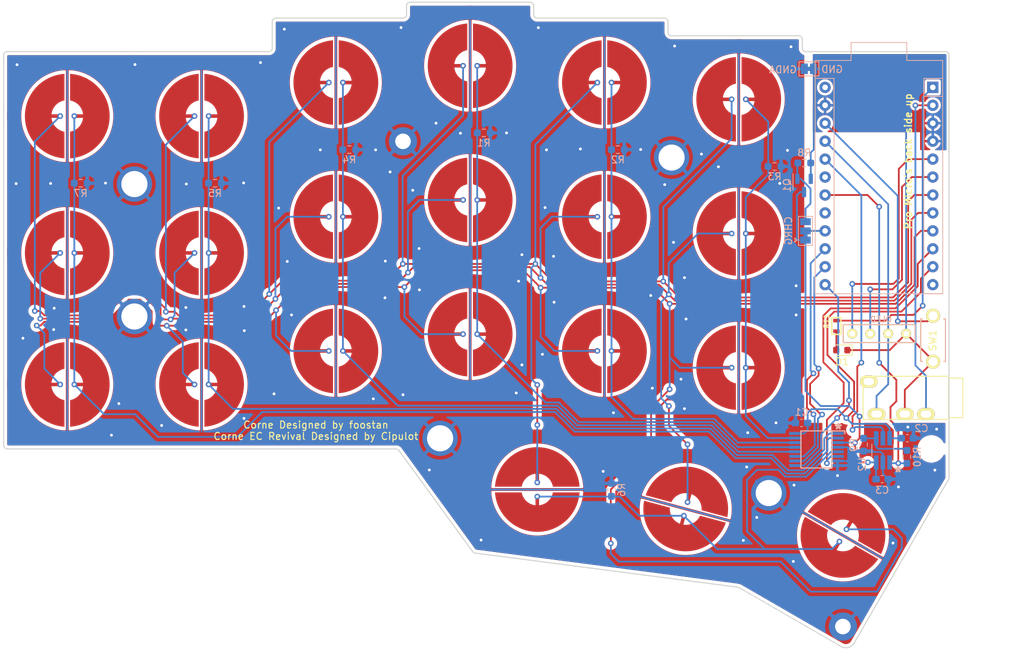
<source format=kicad_pcb>
(kicad_pcb (version 20211014) (generator pcbnew)
  (title_block (title "Corne EC Revival") (date "2022-01-28") (rev "1.0") (comment 1 "Copyright © 2021 Cipulot") (comment 2 "MIT License"))
  (layers (0 "F.Cu" signal) (31 "B.Cu" signal) (34 "B.Paste" user) (35 "F.Paste" user) (36 "B.SilkS" user "B.Silkscreen") (37 "F.SilkS" user "F.Silkscreen") (38 "B.Mask" user) (39 "F.Mask" user) (44 "Edge.Cuts" user))
  (net 0 "")
  (net 1 "GNDA")
  (net 2 "ROW0")
  (net 3 "COL0")
  (net 4 "ROW1")
  (net 5 "ROW2")
  (net 6 "COL1")
  (net 7 "COL2")
  (net 8 "COL4")
  (net 9 "COL5")
  (net 10 "COL6")
  (net 11 "+5V")
  (net 12 "Net-(C3-Pad1)")
  (net 13 "GND")
  (net 14 "Net-(D1-Pad2)")
  (net 15 "SDA")
  (net 16 "SCL")
  (net 17 "Net-(JP1-Pad3)")
  (net 18 "CHARGE_RST")
  (net 19 "Net-(R10-Pad1)")
  (net 20 "ADC")
  (net 21 "LED")
  (net 22 "RESET")
  (net 23 "OPAMP_SHDN")
  (net 24 "DATA")
  (net 25 "COL_EN")
  (net 26 "CSEL2")
  (net 27 "CSEL1")
  (net 28 "CSEL0")
  (net 33 "COL3")
  (net 34 "VCC")
  (footprint "cipulot_parts:OLED_Small" (layer "F.Cu") (at 195.86426 89.5202 180)
    (fp_text reference "J1" hide)
    (fp_text value "OLED" hide)
  )
  (footprint "cipulot_parts:ecs_pad" (layer "F.Cu") (at 147.5236 111.5962 90)
    (fp_text reference "SW20" hide)
    (fp_text value "EC_SW" hide)
  )
  (footprint "" (layer "F.Cu") (at 188.7736 97.3462)
    (fp_text reference "")
    (fp_text value "")
  )
  (footprint "cipulot_parts:MountingHole_3.7mm_Pad_TopBottom" (layer "F.Cu") (at 133.7736 104.3462)
    (fp_text reference "REF**" hide)
    (fp_text value "MountingHole_3.7mm_Pad_TopBottom" hide)
  )
  (footprint "cipulot_parts:ecs_pad" (layer "F.Cu") (at 119.0236 72.9712 180)
    (fp_text reference "SWe" hide)
    (fp_text value "EC_SW" hide)
  )
  (footprint "cipulot_parts:ecs_pad" (layer "F.Cu") (at 176.0236 94.3462 180)
    (fp_text reference "SW19" hide)
    (fp_text value "EC_SW" hide)
  )
  (footprint "cipulot_parts:ecs_pad" (layer "F.Cu") (at 100.0236 96.7212 180)
    (fp_text reference "SWe" hide)
    (fp_text value "EC_SW" hide)
  )
  (footprint "cipulot_parts:MountingHole_3.7mm_Pad_TopBottom" (layer "F.Cu") (at 180.2736 112.0962)
    (fp_text reference "REF**" hide)
    (fp_text value "MountingHole_3.7mm_Pad_TopBottom" hide)
  )
  (footprint "cipulot_parts:ecs_pad" (layer "F.Cu") (at 119.0236 91.9712 180)
    (fp_text reference "SW10" hide)
    (fp_text value "EC_SW" hide)
  )
  (footprint "cipulot_parts:ecs_pad" (layer "F.Cu") (at 157.0236 53.9712 180)
    (fp_text reference "SW14" hide)
    (fp_text value "EC_SW" hide)
  )
  (footprint "cipulot_parts:MountingHole_3.7mm_Pad_TopBottom" (layer "F.Cu") (at 166.5236 64.5962)
    (fp_text reference "REF**" hide)
    (fp_text value "MountingHole_3.7mm_Pad_TopBottom" hide)
  )
  (footprint "cipulot_parts:ecs_pad" (layer "F.Cu") (at 138.0236 51.5962 180)
    (fp_text reference "SW11" hide)
    (fp_text value "EC_SW" hide)
  )
  (footprint "kbd:LEGO_HOLE" (layer "F.Cu") (at 128.5236 62.2962)
    (fp_text reference "")
    (fp_text value "")
  )
  (footprint "cipulot_parts:HOLE_M2" (layer "F.Cu") (at 203.2736 105.8462)
    (fp_text reference "H22" hide)
    (fp_text value "MountingHole" hide)
  )
  (footprint "cipulot_parts:ecs_pad" (layer "F.Cu") (at 176.0236 75.3462 180)
    (fp_text reference "SW18" hide)
    (fp_text value "EC_SW" hide)
  )
  (footprint "cipulot_parts:ecs_pad" (layer "F.Cu") (at 157.0236 91.9712 180)
    (fp_text reference "SW16" hide)
    (fp_text value "EC_SW" hide)
  )
  (footprint "cipulot_parts:ecs_pad" (layer "F.Cu") (at 100.0236 78.09494 180)
    (fp_text reference "SW6" hide)
    (fp_text value "EC_SW" hide)
  )
  (footprint "Diode_SMD:D_0603_1608Metric" (layer "F.Cu") (at 190.6042 91.857 180)
    (fp_text reference "D1")
    (fp_text value "LED" hide)
  )
  (footprint "cipulot_parts:ecs_pad" (layer "F.Cu") (at 190.7736 118.0962 60)
    (fp_text reference "SW22" hide)
    (fp_text value "EC_SW" hide)
  )
  (footprint "cipulot_parts:ecs_pad" (layer "F.Cu") (at 176.0236 56.3462 180)
    (fp_text reference "SW17" hide)
    (fp_text value "EC_SW" hide)
  )
  (footprint "kbd:LEGO_HOLE" (layer "F.Cu") (at 190.7625 131)
    (fp_text reference "")
    (fp_text value "")
  )
  (footprint "cipulot_parts:ecs_pad" (layer "F.Cu") (at 100.0236 58.7212 180)
    (fp_text reference "SW5" hide)
    (fp_text value "EC_SW" hide)
  )
  (footprint "cipulot_parts:ecs_pad" (layer "F.Cu") (at 138.0236 70.5962 180)
    (fp_text reference "SW12" hide)
    (fp_text value "EC_SW" hide)
  )
  (footprint "cipulot_parts:R_0603" (layer "F.Cu") (at 189.8422 88.428 -90)
    (fp_text reference "R11")
    (fp_text value "R" hide)
  )
  (footprint "cipulot_parts:ecs_pad" (layer "F.Cu") (at 168.5236 114.3462 75)
    (fp_text reference "SW21" hide)
    (fp_text value "EC_SW" hide)
  )
  (footprint "cipulot_parts:ecs_pad" (layer "F.Cu") (at 81.0236 96.7212 180)
    (fp_text reference "SW4" hide)
    (fp_text value "EC_SW" hide)
  )
  (footprint "cipulot_parts:MountingHole_3.7mm_Pad_TopBottom" (layer "F.Cu") (at 90.5236 87.0962)
    (fp_text reference "REF**" hide)
    (fp_text value "MountingHole_3.7mm_Pad_TopBottom" hide)
  )
  (footprint "cipulot_parts:SW_3.5x6.0_TH" (layer "F.Cu") (at 203.475 90.475 -90)
    (fp_text reference "SW1")
    (fp_text value "SW_Push")
  )
  (footprint "cipulot_parts:ecs_pad" (layer "F.Cu") (at 138.0236 89.5962 180)
    (fp_text reference "SW13" hide)
    (fp_text value "EC_SW" hide)
  )
  (footprint "cipulot_parts:ecs_pad" (layer "F.Cu") (at 81.0236 58.7212 180)
    (fp_text reference "SW2" hide)
    (fp_text value "EC_SW" hide)
  )
  (footprint "cipulot_parts:ecs_pad" (layer "F.Cu") (at 119.0236 53.9712 180)
    (fp_text reference "SW8" hide)
    (fp_text value "EC_SW" hide)
  )
  (footprint "cipulot_parts:TRRS-PJ-320A-no-Fmask" (layer "F.Cu") (at 205.7223 98.6134 -90)
    (fp_text reference "J2")
    (fp_text value "MJ-4PP-9")
  )
  (footprint "cipulot_parts:ecs_pad" (layer "F.Cu") (at 81.0236 78.09494 180)
    (fp_text reference "SW3" hide)
    (fp_text value "EC_SW" hide)
  )
  (footprint "cipulot_parts:ecs_pad" (layer "F.Cu") (at 157.0236 72.9712 180)
    (fp_text reference "SW15" hide)
    (fp_text value "EC_SW" hide)
  )
  (footprint "cipulot_parts:MountingHole_3.7mm_Pad_TopBottom" (layer "F.Cu") (at 90.5236 68.3462)
    (fp_text reference "REF**" hide)
    (fp_text value "MountingHole_3.7mm_Pad_TopBottom" hide)
  )
  (footprint "cipulot_parts:R_0603_1608Metric_Pad0.98x0.95mm_HandSolder" (layer "B.Cu") (at 158.925 63.4712)
    (fp_text reference "R2")
    (fp_text value "100k")
  )
  (footprint "cipulot_parts:R_0603_1608Metric_Pad0.98x0.95mm_HandSolder" (layer "B.Cu") (at 139.95 61.0962)
    (fp_text reference "R1")
    (fp_text value "100k")
  )
  (footprint "Jumper:SolderJumper-3_P1.3mm_Bridged12_Pad1.0x1.5mm" (layer "B.Cu") (at 185.4734 74.97328 90)
    (fp_text reference "JP1" hide)
    (fp_text value "Jumper_3_Bridged12" hide)
  )
  (footprint "cipulot_parts:R_0603_1608Metric_Pad0.98x0.95mm_HandSolder" (layer "B.Cu") (at 181.1 65.85)
    (fp_text reference "R3")
    (fp_text value "100k")
  )
  (footprint "Jumper:SolderJumper-2_P1.3mm_Bridged_Pad1.0x1.5mm" (layer "B.Cu") (at 185.956 52.0298)
    (fp_text reference "JP2" hide)
    (fp_text value "Jumper_NC_Small" hide)
  )
  (footprint "cipulot_parts:Sparkfun_Pro_Micro" (layer "B.Cu") (at 188.24426 82.59328)
    (fp_text reference "U3" hide)
    (fp_text value "ProMicro")
  )
  (footprint "cipulot_parts:R_0603_1608Metric_Pad0.98x0.95mm_HandSolder" (layer "B.Cu") (at 158.0236 111.6436 90)
    (fp_text reference "R6")
    (fp_text value "100k")
  )
  (footprint "cipulot_parts:TSSOP16" (layer "B.Cu") (at 187.0228 105.9286 -90)
    (fp_text reference "U1")
    (fp_text value "74HC4051")
  )
  (footprint "cipulot_parts:R_0603_1608Metric_Pad0.98x0.95mm_HandSolder" (layer "B.Cu") (at 199.825 106.975 -90)
    (fp_text reference "R10")
    (fp_text value "22k" hide)
  )
  (footprint "Package_TO_SOT_SMD:TSOT-23-6_HandSoldering" (layer "B.Cu") (at 196.4208 106.0556 90)
    (fp_text reference "U2")
    (fp_text value "LTC6255" hide)
  )
  (footprint "cipulot_parts:R_0603_1608Metric_Pad0.98x0.95mm_HandSolder" (layer "B.Cu") (at 101.925 68.2212)
    (fp_text reference "R5")
    (fp_text value "100k")
  )
  (footprint "cipulot_parts:R_0603_1608Metric_Pad0.98x0.95mm_HandSolder" (layer "B.Cu") (at 185.2956 65.3648)
    (fp_text reference "R8")
    (fp_text value "100k" hide)
  )
  (footprint "cipulot_parts:R_0603_1608Metric_Pad0.98x0.95mm_HandSolder" (layer "B.Cu") (at 193.7 105.25 90)
    (fp_text reference "R9")
    (fp_text value "1k" hide)
  )
  (footprint "cipulot_parts:C_0603_1608Metric_Pad1.08x0.95mm_HandSolder" (layer "B.Cu") (at 184.9146 102.1694)
    (fp_text reference "C1")
    (fp_text value "0.1u" hide)
  )
  (footprint "Package_TO_SOT_SMD:SOT-23" (layer "B.Cu") (at 185.2702 68.5398 -90)
    (fp_text reference "Q1")
    (fp_text value "Q_NMOS_GSD" hide)
  )
  (footprint "cipulot_parts:C_0603_1608Metric_Pad1.08x0.95mm_HandSolder" (layer "B.Cu") (at 199.875 104.325)
    (fp_text reference "C2")
    (fp_text value "0.1u" hide)
  )
  (footprint "cipulot_parts:R_0603_1608Metric_Pad0.98x0.95mm_HandSolder" (layer "B.Cu") (at 120.925 63.4712)
    (fp_text reference "R4")
    (fp_text value "100k")
  )
  (footprint "cipulot_parts:C_0603_1608Metric_Pad1.08x0.95mm_HandSolder" (layer "B.Cu") (at 196.325 110.125)
    (fp_text reference "C3")
    (fp_text value "220p" hide)
  )
  (footprint "cipulot_parts:R_0603_1608Metric_Pad0.98x0.95mm_HandSolder" (layer "B.Cu") (at 82.925 68.2212)
    (fp_text reference "R7")
    (fp_text value "100k")
  )
  (gr_line (start 185.0236 47.8462) (end 185.0236 49.0962) (layer "Edge.Cuts") (width 0.15))
  (gr_line (start 205.2736 49.5962) (end 185.5236 49.5962) (layer "Edge.Cuts") (width 0.15))
  (gr_arc (start 72.537498 105.850008) (mid 72.174741 105.706031) (end 72.0236 105.3462) (layer "Edge.Cuts") (width 0.15))
  (gr_arc (start 72.0236 50.0962) (mid 72.170047 49.742647) (end 72.5236 49.5962) (layer "Edge.Cuts") (width 0.15))
  (gr_arc (start 184.5236 47.3462) (mid 184.877153 47.492647) (end 185.0236 47.8462) (layer "Edge.Cuts") (width 0.15))
  (gr_arc (start 185.5236 49.5962) (mid 185.170047 49.449753) (end 185.0236 49.0962) (layer "Edge.Cuts") (width 0.15))
  (gr_arc (start 110.0236 49.0962) (mid 109.877153 49.449753) (end 109.5236 49.5962) (layer "Edge.Cuts") (width 0.15))
  (gr_arc (start 205.2736 49.5962) (mid 205.627153 49.742647) (end 205.7736 50.0962) (layer "Edge.Cuts") (width 0.15))
  (gr_line (start 205.7736 50.0962) (end 205.7736 110.0962) (layer "Edge.Cuts") (width 0.15))
  (gr_arc (start 110.0236 45.3462) (mid 110.170047 44.992647) (end 110.5236 44.8462) (layer "Edge.Cuts") (width 0.15))
  (gr_arc (start 129.0236 43.0962) (mid 129.170047 42.742647) (end 129.5236 42.5962) (layer "Edge.Cuts") (width 0.15))
  (gr_arc (start 146.5236 42.5962) (mid 146.877153 42.742647) (end 147.0236 43.0962) (layer "Edge.Cuts") (width 0.15))
  (gr_arc (start 129.0236 44.3462) (mid 128.877153 44.699753) (end 128.5236 44.8462) (layer "Edge.Cuts") (width 0.15))
  (gr_arc (start 147.5236 44.8462) (mid 147.170047 44.699753) (end 147.0236 44.3462) (layer "Edge.Cuts") (width 0.15))
  (gr_arc (start 165.5236 44.8462) (mid 165.877153 44.992647) (end 166.0236 45.3462) (layer "Edge.Cuts") (width 0.15))
  (gr_arc (start 166.5236 47.3462) (mid 166.170047 47.199753) (end 166.0236 46.8462) (layer "Edge.Cuts") (width 0.15))
  (gr_line (start 89.5236 49.5962) (end 72.5236 49.5962) (layer "Edge.Cuts") (width 0.15))
  (gr_line (start 72.0236 50.0962) (end 72.0236 105.3462) (layer "Edge.Cuts") (width 0.15))
  (gr_line (start 166.0236 46.8462) (end 166.0236 45.3462) (layer "Edge.Cuts") (width 0.15))
  (gr_line (start 129.0236 43.0962) (end 129.0236 44.3462) (layer "Edge.Cuts") (width 0.15))
  (gr_line (start 146.5236 42.5962) (end 129.5236 42.5962) (layer "Edge.Cuts") (width 0.15))
  (gr_line (start 147.0236 44.3462) (end 147.0236 43.0962) (layer "Edge.Cuts") (width 0.15))
  (gr_line (start 110.0236 45.3462) (end 110.0236 49.0962) (layer "Edge.Cuts") (width 0.15))
  (gr_line (start 184.5236 47.3462) (end 166.5236 47.3462) (layer "Edge.Cuts") (width 0.15))
  (gr_line (start 165.5236 44.8462) (end 147.5236 44.8462) (layer "Edge.Cuts") (width 0.15))
  (gr_line (start 109.5236 49.5962) (end 91.5236 49.5962) (layer "Edge.Cuts") (width 0.15))
  (gr_line (start 128.5236 44.8462) (end 110.5236 44.8462) (layer "Edge.Cuts") (width 0.15))
  (gr_line (start 138.787498 120.600008) (end 175.458054 125.370352) (layer "Edge.Cuts") (width 0.15))
  (gr_line (start 127.537498 105.850008) (end 72.537498 105.850008) (layer "Edge.Cuts") (width 0.15))
  (gr_line (start 176.112498 125.500008) (end 190.406749 133.760964) (layer "Edge.Cuts") (width 0.15))
  (gr_line (start 204.687498 111.925008) (end 205.7736 110.0962) (layer "Edge.Cuts") (width 0.15))
  (gr_line (start 127.891051 105.996455) (end 138.433945 120.453561) (layer "Edge.Cuts") (width 0.15))
  (gr_arc (start 127.537498 105.850008) (mid 127.72884 105.888068) (end 127.891051 105.996455) (layer "Edge.Cuts") (width 0.15))
  (gr_arc (start 175.458054 125.370352) (mid 175.78845 125.419157) (end 176.112498 125.500008) (layer "Edge.Cuts") (width 0.15))
  (gr_line (start 192.334761 133.381473) (end 204.687498 111.925008) (layer "Edge.Cuts") (width 0.15))
  (gr_arc (start 138.787498 120.600008) (mid 138.596156 120.561948) (end 138.433945 120.453561) (layer "Edge.Cuts") (width 0.15))
  (gr_line (start 89.5236 49.5962) (end 91.5236 49.5962) (layer "Edge.Cuts") (width 0.15))
  (gr_arc (start 192.334761 133.381473) (mid 191.449567 133.971625) (end 190.406749 133.760964) (layer "Edge.Cuts") (width 0.15))
  (gr_text "OLED" (at 196.14674 87.50512) (layer "B.SilkS") (effects (font (size 0.8128 0.8128)) (justify mirror)))
  (gr_text "*" (at 190.11 103.11) (layer "B.SilkS") (effects (font (size 1.5 1.5) (thickness 0.3))))
  (gr_text "CHRG" (at 183.0625 74.95048 90) (layer "B.SilkS") (effects (font (size 1 1)) (justify mirror)))
  (gr_text "*" (at 198.58 109.21) (layer "B.SilkS") (effects (font (size 1.5 1.5) (thickness 0.3))))
  (gr_text "GND" (at 189.2375 52.10048) (layer "B.SilkS") (effects (font (size 1 1)) (justify mirror)))
  (gr_text "GNDA" (at 182.2875 52.15048) (layer "B.SilkS") (effects (font (size 1 1)) (justify mirror)))
  (gr_text "Corne Designed by foostan\nCorne EC Revival Designed by Cipulot" (at 116.2 103.25) (layer "F.SilkS") (effects (font (size 1 1))))
  (gr_text "Pro Micro's back side up" (at 200.0125 65.12548 90) (layer "F.SilkS") (effects (font (size 1 1) (thickness 0.2))))
  (segment (start 165.85 98.85) (end 164.8 99.9) (width 0.25) (layer "F.Cu") (net 1))
  (segment (start 164.8 99.9) (end 164.8 104.525) (width 0.25) (layer "F.Cu") (net 1))
  (segment (start 167.525 98.85) (end 165.85 98.85) (width 0.25) (layer "F.Cu") (net 1))
  (via (at 158.3 100.725) (size 0.8) (drill 0.4) (layers "F.Cu" "B.Cu") (net 1))
  (via (at 97.8 89) (size 0.8) (drill 0.4) (layers "F.Cu" "B.Cu") (net 1))
  (via (at 97.8688 68.3366) (size 0.8) (drill 0.4) (layers "F.Cu" "B.Cu") (net 1))
  (via (at 97.8 85.825) (size 0.8) (drill 0.4) (layers "F.Cu" "B.Cu") (net 1))
  (via (at 177.15 108.4) (size 0.8) (drill 0.4) (layers "F.Cu" "B.Cu") (net 1))
  (via (at 199.95 102.75) (size 0.8) (drill 0.4) (layers "F.Cu" "B.Cu") (net 1))
  (via (at 168.35 81.6) (size 0.8) (drill 0.4) (layers "F.Cu" "B.Cu") (net 1))
  (via (at 163.575 84.125) (size 0.8) (drill 0.4) (layers "F.Cu" "B.Cu") (net 1))
  (via (at 147.675 46.2) (size 0.8) (drill 0.4) (layers "F.Cu" "B.Cu") (net 1))
  (via (at 87.275 103.9) (size 0.8) (drill 0.4) (layers "F.Cu" "B.Cu") (net 1))
  (via (at 144.875 82.1) (size 0.8) (drill 0.4) (layers "F.Cu" "B.Cu") (net 1))
  (via (at 88.325 99.425) (size 0.8) (drill 0.4) (layers "F.Cu" "B.Cu") (net 1))
  (via (at 132.25 108.825) (size 0.8) (drill 0.4) (layers "F.Cu" "B.Cu") (net 1))
  (via (at 105.9714 68.1842) (size 0.8) (drill 0.4) (layers "F.Cu" "B.Cu") (net 1))
  (via (at 130.85 83.325) (size 0.8) (drill 0.4) (layers "F.Cu" "B.Cu") (net 1))
  (via (at 165.55 68.425) (size 0.8) (drill 0.4) (layers "F.Cu" "B.Cu") (net 1))
  (via (at 106.075 89.1) (size 0.8) (drill 0.4) (layers "F.Cu" "B.Cu") (net 1))
  (via (at 184.15 86.875) (size 0.8) (drill 0.4) (layers "F.Cu" "B.Cu") (net 1))
  (via (at 116.825 63.5) (size 0.8) (drill 0.4) (layers "F.Cu" "B.Cu") (net 1))
  (via (at 125.975 84.45) (size 0.8) (drill 0.4) (layers "F.Cu" "B.Cu") (net 1))
  (via (at 184.15 82.75) (size 0.8) (drill 0.4) (layers "F.Cu" "B.Cu") (net 1))
  (via (at 181.825 68.25) (size 0.8) (drill 0.4) (layers "F.Cu" "B.Cu") (net 1))
  (via (at 145.35 78.35) (size 0.8) (drill 0.4) (layers "F.Cu" "B.Cu") (net 1))
  (via (at 130.8 77.475) (size 0.8) (drill 0.4) (layers "F.Cu" "B.Cu") (net 1))
  (via (at 148.25 92.45) (size 0.8) (drill 0.4) (layers "F.Cu" "B.Cu") (net 1))
  (via (at 126.025 79.25) (size 0.8) (drill 0.4) (layers "F.Cu" "B.Cu") (net 1))
  (via (at 149.9 85.075) (size 0.8) (drill 0.4) (layers "F.Cu" "B.Cu") (net 1))
  (via (at 73.9166 51.4456) (size 0.8) (drill 0.4) (layers "F.Cu" "B.Cu") (net 1))
  (via (at 124.65 63.5) (size 0.8) (drill 0.4) (layers "F.Cu" "B.Cu") (net 1))
  (via (at 112.15 79.3) (size 0.8) (drill 0.4) (layers "F.Cu" "B.Cu") (net 1))
  (via (at 176.675 118.8) (size 0.8) (drill 0.4) (layers "F.Cu" "B.Cu") (net 1))
  (via (at 108.359 51.1408) (size 0.8) (drill 0.4) (layers "F.Cu" "B.Cu") (net 1))
  (via (at 177.3 103.55) (size 0.8) (drill 0.4) (layers "F.Cu" "B.Cu") (net 1))
  (via (at 73.7896 68.2858) (size 0.8) (drill 0.4) (layers "F.Cu" "B.Cu") (net 1))
  (via (at 204.025 103.05) (size 0.8) (drill 0.4) (layers "F.Cu" "B.Cu") (net 1))
  (via (at 144.55 97.925) (size 0.8) (drill 0.4) (layers "F.Cu" "B.Cu") (net 1))
  (via (at 79.175 85.925) (size 0.8) (drill 0.4) (layers "F.Cu" "B.Cu") (net 1))
  (via (at 94.375 102.525) (size 0.8) (drill 0.4) (layers "F.Cu" "B.Cu") (net 1))
  (via (at 166.95 48.8) (size 0.8) (drill 0.4) (layers "F.Cu" "B.Cu") (net 1))
  (via (at 136.65 61.15) (size 0.8) (drill 0.4) (layers "F.Cu" "B.Cu") (net 1))
  (via (at 203.775 108.85) (size 0.8) (drill 0.4) (layers "F.Cu" "B.Cu") (net 1))
  (via (at 78.6664 68.2604) (size 0.8) (drill 0.4) (layers "F.Cu" "B.Cu") (net 1))
  (via (at 110.925 71.75) (size 0.8) (drill 0.4) (layers "F.Cu" "B.Cu") (net 1))
  (via (at 106.025 85.675) (size 0.8) (drill 0.4) (layers "F.Cu" "B.Cu") (net 1))
  (via (at 111.7372 46.4164) (size 0.8) (drill 0.4) (layers "F.Cu" "B.Cu") (net 1))
  (via (at 167.85 95.975) (size 0.8) (drill 0.4) (layers "F.Cu" "B.Cu") (net 1))
  (via (at 148.825 63.5) (size 0.8) (drill 0.4) (layers "F.Cu" "B.Cu") (net 1))
  (via (at 106.025 101.525) (size 0.8) (drill 0.4) (layers "F.Cu" "B.Cu") (net 1))
  (via (at 163.8 97.25) (size 0.8) (drill 0.4) (layers "F.Cu" "B.Cu") (net 1))
  (via (at 166.8 76.6) (size 0.8) (drill 0.4) (layers "F.Cu" "B.Cu") (net 1))
  (via (at 149.825 78.575) (size 0.8) (drill 0.4) (layers "F.Cu" "B.Cu") (net 1))
  (via (at 126.7 66.625) (size 0.8) (drill 0.4) (layers "F.Cu" "B.Cu") (net 1))
  (via (at 145.35 93.95) (size 0.8) (drill 0.4) (layers "F.Cu" "B.Cu") (net 1))
  (via (at 74.75 90.175) (size 0.8) (drill 0.4) (layers "F.Cu" "B.Cu") (net 1))
  (via (at 79.1 88.95) (size 0.8) (drill 0.4) (layers "F.Cu" "B.Cu") (net 1))
  (via (at 112.75 86.875) (size 0.8) (drill 0.4) (layers "F.Cu" "B.Cu") (net 1))
  (via (at 128.2472 46.1878) (size 0.8) (drill 0.4) (layers "F.Cu" "B.Cu") (net 1))
  (via (at 156.85 109.025) (size 0.8) (drill 0.4) (layers "F.Cu" "B.Cu") (net 1))
  (via (at 182.925 63.575) (size 0.8) (drill 0.4) (layers "F.Cu" "B.Cu") (net 1))
  (via (at 128.525 98.175) (size 0.8) (drill 0.4) (layers "F.Cu" "B.Cu") (net 1))
  (via (at 168.35 100.15) (size 0.8) (drill 0.4) (layers "F.Cu" "B.Cu") (net 1))
  (via (at 170.75 64.1) (size 0.8) (drill 0.4) (layers "F.Cu" "B.Cu") (net 1))
  (via (at 86.4388 68.2096) (size 0.8) (drill 0.4) (layers "F.Cu" "B.Cu") (net 1))
  (via (at 183.425 48.9) (size 0.8) (drill 0.4) (layers "F.Cu" "B.Cu") (net 1))
  (via (at 90.6044 51.4202) (size 0.8) (drill 0.4) (layers "F.Cu" "B.Cu") (net 1))
  (via (at 148.625 71.675) (size 0.8) (drill 0.4) (layers "F.Cu" "B.Cu") (net 1))
  (via (at 153.625 63.375) (size 0.8) (drill 0.4) (layers "F.Cu" "B.Cu") (net 1))
  (via (at 143.175 61.1) (size 0.8) (drill 0.4) (layers "F.Cu" "B.Cu") (net 1))
  (via (at 197.85 119.175) (size 0.8) (drill 0.4) (layers "F.Cu" "B.Cu") (net 1))
  (via (at 129.9 69.225) (size 0.8) (drill 0.4) (layers "F.Cu" "B.Cu") (net 1))
  (via (at 139.575 118.75) (size 0.8) (drill 0.4) (layers "F.Cu" "B.Cu") (net 1))
  (via (at 133.2 59.725) (size 0.8) (drill 0.4) (layers "F.Cu" "B.Cu") (net 1))
  (via (at 198.625 111.225) (size 0.8) (drill 0.4) (layers "F.Cu" "B.Cu") (net 1))
  (via (at 183.85 110.975) (size 0.8) (drill 0.4) (layers "F.Cu" "B.Cu") (net 1))
  (via (at 178.575 115.55) (size 0.8) (drill 0.4) (layers "F.Cu" "B.Cu") (net 1))
  (via (at 124.325 98.75) (size 0.8) (drill 0.4) (layers "F.Cu" "B.Cu") (net 1))
  (via (at 190 109.625) (size 0.8) (drill 0.4) (layers "F.Cu" "B.Cu") (net 1))
  (via (at 181.3 102.15) (size 0.8) (drill 0.4) (layers "F.Cu" "B.Cu") (net 1))
  (via (at 110.275 98.05) (size 0.8) (drill 0.4) (layers "F.Cu" "B.Cu") (net 1))
  (via (at 168.575 87.45) (size 0.8) (drill 0.4) (layers "F.Cu" "B.Cu") (net 1))
  (via (at 173.15 65.9) (size 0.8) (drill 0.4) (layers "F.Cu" "B.Cu") (net 1))
  (via (at 162.15 63.45) (size 0.8) (drill 0.4) (layers "F.Cu" "B.Cu") (net 1))
  (via (at 183.75 121.775) (size 0.8) (drill 0.4) (layers "F.Cu" "B.Cu") (net 1))
  (segment (start 193.7 106.1625) (end 193.81202 106.27452) (width 0.25) (layer "B.Cu") (net 1))
  (segment (start 157.025 98.775) (end 157.025 46.55) (width 0.25) (layer "B.Cu") (net 1))
  (segment (start 191.5731 108.2019) (end 189.99714 108.2019) (width 0.25) (layer "B.Cu") (net 1))
  (segment (start 100.025 103.4) (end 100.025 51.25) (width 0.25) (layer "B.Cu") (net 1))
  (segment (start 196.4208 106.5958) (end 196.4208 107.7656) (width 0.25) (layer "B.Cu") (net 1))
  (segment (start 196.4208 107.7656) (end 196.4208 109.3583) (width 0.25) (layer "B.Cu") (net 1))
  (segment (start 191.825 107.95) (end 191.5731 108.2019) (width 0.25) (layer "B.Cu") (net 1))
  (segment (start 119.025 98.775) (end 119.025 46.575) (width 0.25) (layer "B.Cu") (net 1))
  (segment (start 191.825 105.975) (end 191.825 107.95) (width 0.25) (layer "B.Cu") (net 1))
  (segment (start 140.075 111.6) (end 154.75 111.6) (width 0.25) (layer "B.Cu") (net 1))
  (segment (start 191.45602 105.60602) (end 191.825 105.975) (width 0.25) (layer "B.Cu") (net 1))
  (segment (start 176.025 101.175) (end 176.025 48.95) (width 0.25) (layer "B.Cu") (net 1))
  (segment (start 189.99714 107.55166) (end 191.82334 107.55166) (width 0.25) (layer "B.Cu") (net 1))
  (segment (start 196.4208 109.3583) (end 197.1875 110.125) (width 0.25) (layer "B.Cu") (net 1))
  (segment (start 193.81202 106.27452) (end 196.09952 106.27452) (width 0.25) (layer "B.Cu") (net 1))
  (segment (start 138.025 96.3) (end 138.025 44.125) (width 0.25) (layer "B.Cu") (net 1))
  (segment (start 196.09952 106.27452) (end 196.4208 106.5958) (width 0.25) (layer "B.Cu") (net 1))
  (segment (start 81.025 104.125) (end 81.025 51.15) (width 0.25) (layer "B.Cu") (net 1))
  (segment (start 196.55 121.425) (end 184.125 114.25) (width 0.25) (layer "B.Cu") (net 1))
  (segment (start 175.65 116.25) (end 161.325 112.425) (width 0.25) (layer "B.Cu") (net 1))
  (segment (start 189.99714 105.60602) (end 191.45602 105.60602) (width 0.25) (layer "B.Cu") (net 1))
  (segment (start 77.80048 86.95048) (end 85.12452 86.95048) (width 0.25) (layer "F.Cu") (net 2))
  (segment (start 94.975 86.425) (end 96.249614 86.425) (width 0.25) (layer "F.Cu") (net 2))
  (segment (start 147.25096 79.65096) (end 128.49904 79.65096) (width 0.25) (layer "F.Cu") (net 2))
  (segment (start 200.00192 70.77308) (end 200.88172 69.89328) (width 0.25) (layer "F.Cu") (net 2))
  (segment (start 94.975 86.028565) (end 94.975 86.425) (width 0.25) (layer "F.Cu") (net 2))
  (segment (start 106.57404 86.95096) (end 109.6 83.925) (width 0.25) (layer "F.Cu") (net 2))
  (segment (start 147.5236 110.5962) (end 147.5236 108.22074) (width 0.25) (layer "F.Cu") (net 2))
  (segment (start 165.34952 82.12548) (end 149.72548 82.12548) (width 0.25) (layer "F.Cu") (net 2))
  (segment (start 175.0236 56.3462) (end 172.89814 56.3462) (width 0.25) (layer "F.Cu") (net 2))
  (segment (start 89.075 83) (end 91.946435 83) (width 0.25) (layer "F.Cu") (net 2))
  (segment (start 200.00192 82.255208) (end 200.00192 70.77308) (width 0.25) (layer "F.Cu") (net 2))
  (segment (start 197.856168 84.40096) (end 200.00192 82.255208) (width 0.25) (layer "F.Cu") (net 2))
  (segment (start 137.0236 51.5962) (end 134.51358 51.5962) (width 0.25) (layer "F.Cu") (net 2))
  (segment (start 167.62596 84.40096) (end 197.856168 84.40096) (width 0.25) (layer "F.Cu") (net 2))
  (segment (start 95.45858 58.7212) (end 99.0236 58.7212) (width 0.25) (layer "F.Cu") (net 2))
  (segment (start 85.12452 86.95048) (end 89.075 83) (width 0.25) (layer "F.Cu") (net 2))
  (segment (start 96.249614 86.425) (end 96.775574 86.95096) (width 0.25) (layer "F.Cu") (net 2))
  (segment (start 165.35 82.125) (end 165.34952 82.12548) (width 0.25) (layer "F.Cu") (net 2))
  (segment (start 165.35 82.125) (end 167.62596 84.40096) (width 0.25) (layer "F.Cu") (net 2))
  (segment (start 126.12404 82.02596) (end 111.49904 82.02596) (width 0.25) (layer "F.Cu") (net 2))
  (segment (start 96.775574 86.95096) (end 106.57404 86.95096) (width 0.25) (layer "F.Cu") (net 2))
  (segment (start 118.0236 53.9712) (end 115.35858 53.9712) (width 0.25) (layer "F.Cu") (net 2))
  (segment (start 77.175 86.325) (end 77.80048 86.95048) (width 0.25) (layer "F.Cu") (net 2))
  (segment (start 147.525 102.45) (end 147.525 96.775) (width 0.25) (layer "F.Cu") (net 2))
  (segment (start 91.946435 83) (end 94.975 86.028565) (width 0.25) (layer "F.Cu") (net 2))
  (segment (start 111.49904 82.02596) (end 109.6 83.925) (width 0.25) (layer "F.Cu") (net 2))
  (segment (start 76.425 86.325) (end 77.175 86.325) (width 0.25) (layer "F.Cu") (net 2))
  (segment (start 149.72548 82.12548) (end 147.25096 79.65096) (width 0.25) (layer "F.Cu") (net 2))
  (segment (start 200.88172 69.89328) (end 203.48426 69.89328) (width 0.25) (layer "F.Cu") (net 2))
  (segment (start 80.0236 58.7212) (end 77.98858 58.7212) (width 0.25) (layer "F.Cu") (net 2))
  (segment (start 156.0236 53.9712) (end 154.00314 53.9712) (width 0.25) (layer "F.Cu") (net 2))
  (segment (start 128.49904 79.65096) (end 126.12404 82.02596) (width 0.25) (layer "F.Cu") (net 2))
  (via (at 165.35 82.125) (size 0.8) (drill 0.4) (layers "F.Cu" "B.Cu") (net 2))
  (via (at 99.0236 58.7212) (size 0.8) (drill 0.4) (layers "F.Cu" "B.Cu") (net 2))
  (via (at 147.25096 79.65096) (size 0.8) (drill 0.4) (layers "F.Cu" "B.Cu") (net 2))
  (via (at 156.0236 53.9712) (size 0.8) (drill 0.4) (layers "F.Cu" "B.Cu") (net 2))
  (via (at 76.425 86.325) (size 0.8) (drill 0.4) (layers "F.Cu" "B.Cu") (net 2))
  (via (at 80.0236 58.7212) (size 0.8) (drill 0.4) (layers "F.Cu" "B.Cu") (net 2))
  (via (at 94.975 86.425) (size 0.8) (drill 0.4) (layers "F.Cu" "B.Cu") (net 2))
  (via (at 175.0236 56.3462) (size 0.8) (drill 0.4) (layers "F.Cu" "B.Cu") (net 2))
  (via (at 128.49904 79.65096) (size 0.8) (drill 0.4) (layers "F.Cu" "B.Cu") (net 2))
  (via (at 118.0236 53.9712) (size 0.8) (drill 0.4) (layers "F.Cu" "B.Cu") (net 2))
  (via (at 147.525 96.775) (size 0.8) (drill 0.4) (layers "F.Cu" "B.Cu") (net 2))
  (via (at 147.525 102.45) (size 0.8) (drill 0.4) (layers "F.Cu" "B.Cu") (net 2))
  (via (at 137.0236 51.5962) (size 0.8) (drill 0.4) (layers "F.Cu" "B.Cu") (net 2))
  (via (at 109.6 83.925) (size 0.8) (drill 0.4) (layers "F.Cu" "B.Cu") (net 2))
  (via (at 147.5236 110.5962) (size 0.8) (drill 0.4) (layers "F.Cu" "B.Cu") (net 2))
  (segment (start 109.6 62.4) (end 109.6 83.925) (width 0.25) (layer "B.Cu") (net 2))
  (segment (start 111.4875 60.5125) (end 111.25 60.75) (width 0.25) (layer "B.Cu") (net 2))
  (segment (start 146.675 95.925) (end 147.525 96.775) (width 0.25) (layer "B.Cu") (net 2))
  (segment (start 165.35 71.6) (end 175.0236 61.9264) (width 0.25) (layer "B.Cu") (net 2))
  (segment (start 128.475 79.62692) (end 128.49904 79.65096) (width 0.25) (layer "B.Cu") (net 2))
  (segment (start 147.25 79.65) (end 147.25096 79.65096) (width 0.25) (layer "B.Cu") (net 2))
  (segment (start 147.25096 79.65096) (end 146.675 80.22692) (width 0.25) (layer "B.Cu") (net 2))
  (segment (start 99.0236 58.7212) (end 99.0236 58.7264) (width 0.25) (layer "B.Cu") (net 2))
  (segment (start 94.975 64.025) (end 94.975 86) (width 0.25) (layer "B.Cu") (net 2))
  (segment (start 175.0236 61.9264) (end 175.0236 56.3462) (width 0.25) (layer "B.Cu") (net 2))
  (segment (start 99.0236 58.7264) (end 96.1 61.65) (width 0.25) (layer "B.Cu") (net 2))
  (segment (start 76.425 86.325) (end 76.4312 86.3188) (width 0.25) (layer "B.Cu") (net 2))
  (segment (start 147.25 62.75) (end 147.25 79.65) (width 0.25) (layer "B.Cu") (net 2))
  (segment (start 156.0236 53.9764) (end 147.25 62.75) (width 0.25) (layer "B.Cu") (net 2))
  (segment (start 147.5236 102.4514) (end 147.5236 110.5962) (width 0.25) (layer "B.Cu") (net 2))
  (segment (start 137.0236 58.6264) (end 128.475 67.175) (width 0.25) (layer "B.Cu") (net 2))
  (segment (start 146.675 80.22692) (end 146.675 95.925) (width 0.25) (layer "B.Cu") (net 2))
  (segment (start 76.4312 86.3188) (end 76.4312 62.3136) (width 0.25) (layer "B.Cu") (net 2))
  (segment (start 96.1 61.65) (end 94.975 62.775) (width 0.25) (layer "B.Cu") (net 2))
  (segment (start 137.0236 51.5962) (end 137.0236 58.6264) (width 0.25) (layer "B.Cu") (net 2))
  (segment (start 76.4312 62.3136) (end 80.0236 58.7212) (width 0.25) (layer "B.Cu") (net 2))
  (segment (start 156.0236 53.9712) (end 156.0236 53.9764) (width 0.25) (layer "B.Cu") (net 2))
  (segment (start 118.0236 53.9764) (end 111.4875 60.5125) (width 0.25) (layer "B.Cu") (net 2))
  (segment (start 147.525 102.45) (end 147.5236 102.4514) (width 0.25) (layer "B.Cu") (net 2))
  (segment (start 128.475 67.175) (end 128.475 79.62692) (width 0.25) (layer "B.Cu") (net 2))
  (segment (start 118.0236 53.9712) (end 118.0236 53.9764) (width 0.25) (layer "B.Cu") (net 2))
  (segment (start 94.975 86) (end 94.975 86.425) (width 0.25) (layer "B.Cu") (net 2))
  (segment (start 94.975 62.775) (end 94.975 64.025) (width 0.25) (layer "B.Cu") (net 2))
  (segment (start 111.4875 60.5125) (end 109.6 62.4) (width 0.25) (layer "B.Cu") (net 2))
  (segment (start 165.35 82.125) (end 165.35 71.6) (width 0.25) (layer "B.Cu") (net 2))
  (segment (start 82.0236 58.7212) (end 84.52314 58.7212) (width 0.25) (layer "F.Cu") (net 3))
  (segment (start 82.0236 96.7212) (end 84.64858 96.7212) (width 0.25) (layer "F.Cu") (net 3))
  (segment (start 82.0236 78.09494) (end 84.1394 78.09494) (width 0.25) (layer "F.Cu") (net 3))
  (via (at 82.0236 96.7212) (size 0.8) (drill 0.4) (layers "F.Cu" "B.Cu") (net 3))
  (via (at 82.0236 58.7212) (size 0.8) (drill 0.4) (layers "F.Cu" "B.Cu") (net 3))
  (via (at 82.0236 78.09494) (size 0.8) (drill 0.4) (layers "F.Cu" "B.Cu") (net 3))
  (segment (start 188.575 106.128564) (end 185.378084 109.32548) (width 0.25) (layer "B.Cu") (net 3))
  (segment (start 175.57522 107.15022) (end 171.825 103.4) (width 0.25) (layer "B.Cu") (net 3))
  (segment (start 171.825 103.4) (end 152.800001 103.4) (width 0.25) (layer "B.Cu") (net 3))
  (segment (start 105.075 104.15) (end 93.85 104.15) (width 0.25) (layer "B.Cu") (net 3))
  (segment (start 93.85 104.15) (end 90.625 100.925) (width 0.25) (layer "B.Cu") (net 3))
  (segment (start 86.225 100.925) (end 82.0236 96.7236) (width 0.25) (layer "B.Cu") (net 3))
  (segment (start 108.6 100.625) (end 105.075 104.15) (width 0.25) (layer "B.Cu") (net 3))
  (segment (start 185.378084 109.32548) (end 182.78875 109.32548) (width 0.25) (layer "B.Cu") (net 3))
  (segment (start 82.0236 58.7212) (end 82.0236 96.7212) (width 0.25) (layer "B.Cu") (net 3))
  (segment (start 188.575 104.58868) (end 188.575 106.128564) (width 0.25) (layer "B.Cu") (net 3))
  (segment (start 152.800001 103.4) (end 150.025001 100.625) (width 0.25) (layer "B.Cu") (net 3))
  (segment (start 82.0236 96.7236) (end 82.0236 96.7212) (width 0.25) (layer "B.Cu") (net 3))
  (segment (start 182.78875 109.32548) (end 180.61349 107.15022) (width 0.25) (layer "B.Cu") (net 3))
  (segment (start 90.625 100.925) (end 86.225 100.925) (width 0.25) (layer "B.Cu") (net 3))
  (segment (start 188.85814 104.30554) (end 188.575 104.58868) (width 0.25) (layer "B.Cu") (net 3))
  (segment (start 180.61349 107.15022) (end 175.57522 107.15022) (width 0.25) (layer "B.Cu") (net 3))
  (segment (start 150.025001 100.625) (end 108.6 100.625) (width 0.25) (layer "B.Cu") (net 3))
  (segment (start 189.99714 104.30554) (end 188.85814 104.30554) (width 0.25) (layer "B.Cu") (net 3))
  (segment (start 129.99952 80.10048) (end 129.225 80.875) (width 0.25) (layer "F.Cu") (net 4))
  (segment (start 85.310718 87.4) (end 77.2 87.4) (width 0.25) (layer "F.Cu") (net 4))
  (segment (start 203.48426 72.43328) (end 201.39172 72.43328) (width 0.25) (layer "F.Cu") (net 4))
  (segment (start 146.47548 80.10048) (end 129.99952 80.10048) (width 0.25) (layer "F.Cu") (net 4))
  (segment (start 198.042365 84.85048) (end 167.00048 84.85048) (width 0.25) (layer "F.Cu") (net 4))
  (segment (start 156.0236 72.9712) (end 153.02858 72.9712) (width 0.25) (layer "F.Cu") (net 4))
  (segment (start 201.39172 72.43328) (end 200.45144 73.37356) (width 0.25) (layer "F.Cu") (net 4))
  (segment (start 168.782419 113.380274) (end 168.782419 113.071921) (width 0.25) (layer "F.Cu") (net 4))
  (segment (start 166.125 83.975) (end 164.725 82.575) (width 0.25) (layer "F.Cu") (net 4))
  (segment (start 95.754746 87.40048) (end 107.67452 87.40048) (width 0.25) (layer "F.Cu") (net 4))
  (segment (start 80.0236 78.09494) (end 78.10232 78.09494) (width 0.25) (layer "F.Cu") (net 4))
  (segment (start 94.225 87.2) (end 94.225 85.914282) (width 0.25) (layer "F.Cu") (net 4))
  (segment (start 95.642413 87.512813) (end 95.754746 87.40048) (width 0.25) (layer "F.Cu") (net 4))
  (segment (start 91.760238 83.44952) (end 89.261198 83.44952) (width 0.25) (layer "F.Cu") (net 4))
  (segment (start 129.225 80.875) (end 127.62452 82.47548) (width 0.25) (layer "F.Cu") (net 4))
  (segment (start 148.95 82.575) (end 147.9875 81.6125) (width 0.25) (layer "F.Cu") (net 4))
  (segment (start 164.725 82.575) (end 148.95 82.575) (width 0.25) (layer "F.Cu") (net 4))
  (segment (start 89.261198 83.44952) (end 85.310718 87.4) (width 0.25) (layer "F.Cu") (net 4))
  (segment (start 200.45144 73.37356) (end 200.45144 82.441406) (width 0.25) (layer "F.Cu") (net 4))
  (segment (start 166.15 102.569424) (end 168.780576 105.2) (width 0.25) (layer "F.Cu") (net 4))
  (segment (start 95.642413 87.512813) (end 94.537813 87.512813) (width 0.25) (layer "F.Cu") (net 4))
  (segment (start 127.62452 82.47548) (end 112.599521 82.47548) (width 0.25) (layer "F.Cu") (net 4))
  (segment (start 200.45144 82.441406) (end 198.042365 84.85048) (width 0.25) (layer "F.Cu") (net 4))
  (segment (start 167.00048 84.85048) (end 166.125 83.975) (width 0.25) (layer "F.Cu") (net 4))
  (segment (start 94.537813 87.512813) (end 94.225 87.2) (width 0.25) (layer "F.Cu") (net 4))
  (segment (start 99.0236 78.09494) (end 96.3094 78.09494) (width 0.25) (layer "F.Cu") (net 4))
  (segment (start 107.67452 87.40048) (end 110.475 84.6) (width 0.25) (layer "F.Cu") (net 4))
  (segment (start 147.9875 81.6125) (end 146.47548 80.10048) (width 0.25) (layer "F.Cu") (net 4))
  (segment (start 166.15 99.775) (end 166.15 102.569424) (width 0.25) (layer "F.Cu") (net 4))
  (segment (start 118.0236 72.9712) (end 115.53314 72.9712) (width 0.25) (layer "F.Cu") (net 4))
  (segment (start 175.0236 75.3462) (end 173.17814 75.3462) (width 0.25) (layer "F.Cu") (net 4))
  (segment (start 94.225 85.914282) (end 91.760238 83.44952) (width 0.25) (layer "F.Cu") (net 4))
  (segment (start 112.599521 82.47548) (end 110.475 84.6) (width 0.25) (layer "F.Cu") (net 4))
  (segment (start 137.0236 70.5962) (end 135.33358 70.5962) (width 0.25) (layer "F.Cu") (net 4))
  (via (at 110.475 84.6) (size 0.8) (drill 0.4) (layers "F.Cu" "B.Cu") (net 4))
  (via (at 168.782419 113.380274) (size 0.8) (drill 0.4) (layers "F.Cu" "B.Cu") (net 4))
  (via (at 118.0236 72.9712) (size 0.8) (drill 0.4) (layers "F.Cu" "B.Cu") (net 4))
  (via (at 80.0236 78.09494) (size 0.8) (drill 0.4) (layers "F.Cu" "B.Cu") (net 4))
  (via (at 168.780576 105.2) (size 0.8) (drill 0.4) (layers "F.Cu" "B.Cu") (net 4))
  (via (at 175.0236 75.3462) (size 0.8) (drill 0.4) (layers "F.Cu" "B.Cu") (net 4))
  (via (at 77.2 87.4) (size 0.8) (drill 0.4) (layers "F.Cu" "B.Cu") (net 4))
  (via (at 99.0236 78.09494) (size 0.8) (drill 0.4) (layers "F.Cu" "B.Cu") (net 4))
  (via (at 95.642413 87.512813) (size 0.8) (drill 0.4) (layers "F.Cu" "B.Cu") (net 4))
  (via (at 156.0236 72.9712) (size 0.8) (drill 0.4) (layers "F.Cu" "B.Cu") (net 4))
  (via (at 166.125 83.975) (size 0.8) (drill 0.4) (layers "F.Cu" "B.Cu") (net 4))
  (via (at 129.225 80.875) (size 0.8) (drill 0.4) (layers "F.Cu" "B.Cu") (net 4))
  (via (at 137.0236 70.5962) (size 0.8) (drill 0.4) (layers "F.Cu" "B.Cu") (net 4))
  (via (at 166.15 99.775) (size 0.8) (drill 0.4) (layers "F.Cu" "B.Cu") (net 4))
  (via (at 147.9875 81.6125) (size 0.8) (drill 0.4) (layers "F.Cu" "B.Cu") (net 4))
  (segment (start 168.780576 105.2) (end 168.782419 105.201843) (width 0.25) (layer "B.Cu") (net 4))
  (segment (start 77.1932 80.92534) (end 80.0236 78.09494) (width 0.25) (layer "B.Cu") (net 4))
  (segment (start 170.2788 75.3462) (end 175.0236 75.3462) (width 0.25) (layer "B.Cu") (net 4))
  (segment (start 77.1932 87.3932) (end 77.1932 80.92534) (width 0.25) (layer "B.Cu") (net 4))
  (segment (start 129.223551 72.226449) (end 130.8538 70.5962) (width 0.25) (layer "B.Cu") (net 4))
  (segment (start 118.0236 72.9712) (end 112.1538 72.9712) (width 0.25) (layer "B.Cu") (net 4))
  (segment (start 149.5788 72.9712) (end 156.0236 72.9712) (width 0.25) (layer "B.Cu") (net 4))
  (segment (start 129.225 80.875) (end 129.223551 80.873551) (width 0.25) (layer "B.Cu") (net 4))
  (segment (start 112.1538 72.9712) (end 110.475 74.65) (width 0.25) (layer "B.Cu") (net 4))
  (segment (start 166.125 79.5) (end 170.2788 75.3462) (width 0.25) (layer "B.Cu") (net 4))
  (segment (start 95.642413 87.512813) (end 96.2098 86.945426) (width 0.25) (layer "B.Cu") (net 4))
  (segment (start 166.125 83.975) (end 166.125 79.5) (width 0.25) (layer "B.Cu") (net 4))
  (segment (start 166.15 99.775) (end 165.05 98.675) (width 0.25) (layer "B.Cu") (net 4))
  (segment (start 165.05 98.675) (end 165.05 85.05) (width 0.25) (layer "B.Cu") (net 4))
  (segment (start 96.2098 86.945426) (end 96.2098 80.9152) (width 0.25) (layer "B.Cu") (net 4))
  (segment (start 165.05 85.05) (end 166.125 83.975) (width 0.25) (layer "B.Cu") (net 4))
  (segment (start 147.987701 74.562299) (end 149.5788 72.9712) (width 0.25) (layer "B.Cu") (net 4))
  (segment (start 147.987701 74.562299) (end 147.987701 81.612299) (width 0.25) (layer "B.Cu") (net 4))
  (segment (start 129.223551 80.873551) (end 129.223551 72.226449) (width 0.25) (layer "B.Cu") (net 4))
  (segment (start 130.8538 70.5962) (end 137.0236 70.5962) (width 0.25) (layer "B.Cu") (net 4))
  (segment (start 96.2098 80.9152) (end 99.0402 78.0848) (width 0.25) (layer "B.Cu") (net 4))
  (segment (start 168.782419 105.201843) (end 168.782419 113.380274) (width 0.25) (layer "B.Cu") (net 4))
  (segment (start 110.475 74.65) (end 110.475 84.6) (width 0.25) (layer "B.Cu") (net 4))
  (segment (start 147.987701 81.612299) (end 147.9875 81.6125) (width 0.25) (layer "B.Cu") (net 4))
  (segment (start 77.2 87.4) (end 77.1932 87.3932) (width 0.25) (layer "B.Cu") (net 4))
  (segment (start 108.925 87.85) (end 110.5625 86.2125) (width 0.25) (layer "F.Cu") (net 5))
  (segment (start 93.725 87.9) (end 93.725 86.05) (width 0.25) (layer "F.Cu") (net 5))
  (segment (start 131.1 80.55) (end 145.525 80.55) (width 0.25) (layer "F.Cu") (net 5))
  (segment (start 200.90096 82.627604) (end 200.90096 75.87404) (width 0.25) (layer "F.Cu") (net 5))
  (segment (start 166.25 85.3) (end 163.97452 83.02452) (width 0.25) (layer "F.Cu") (net 5))
  (segment (start 156.0236 91.9712) (end 153.51314 91.9712) (width 0.25) (layer "F.Cu") (net 5))
  (segment (start 145.525 80.55) (end 147.99952 83.02452) (width 0.25) (layer "F.Cu") (net 5))
  (segment (start 137.0236 89.5962) (end 134.83814 89.5962) (width 0.25) (layer "F.Cu") (net 5))
  (segment (start 128.725 82.925) (end 131.1 80.55) (width 0.25) (layer "F.Cu") (net 5))
  (segment (start 198.228563 85.3) (end 200.90096 82.627604) (width 0.25) (layer "F.Cu") (net 5))
  (segment (start 80.0236 96.7212) (end 77.46314 96.7212) (width 0.25) (layer "F.Cu") (net 5))
  (segment (start 175.0236 94.3462) (end 172.58358 94.3462) (width 0.25) (layer "F.Cu") (net 5))
  (segment (start 96.825 87.85) (end 108.925 87.85) (width 0.25) (layer "F.Cu") (net 5))
  (segment (start 110.5625 86.2125) (end 113.85 82.925) (width 0.25) (layer "F.Cu") (net 5))
  (segment (start 191.2736 117.230175) (end 191.2736 117.07074) (width 0.25) (layer "F.Cu") (net 5))
  (segment (start 85.496916 87.84952) (end 77.775094 87.84952) (width 0.25) (layer "F.Cu") (net 5))
  (segment (start 113.85 82.925) (end 128.725 82.925) (width 0.25) (layer "F.Cu") (net 5))
  (segment (start 118.0236 91.9712) (end 115.76858 91.9712) (width 0.25) (layer "F.Cu") (net 5))
  (segment (start 93.725 86.05) (end 91.625 83.95) (width 0.25) (layer "F.Cu") (net 5))
  (segment (start 201.80172 74.97328) (end 203.48426 74.97328) (width 0.25) (layer "F.Cu") (net 5))
  (segment (start 163.625 105.9) (end 157.925 111.6) (width 0.25) (layer "F.Cu") (net 5))
  (segment (start 95.1 88.4) (end 94.225 88.4) (width 0.25) (layer "F.Cu") (net 5))
  (segment (start 166.25 97.4) (end 163.625 100.025) (width 0.25) (layer "F.Cu") (net 5))
  (segment (start 77.775094 87.84952) (end 77.249614 88.375) (width 0.25) (layer "F.Cu") (net 5))
  (segment (start 95.1 88.4) (end 96.275 88.4) (width 0.25) (layer "F.Cu") (net 5))
  (segment (start 89.396436 83.95) (end 85.496916 87.84952) (width 0.25) (layer "F.Cu") (net 5))
  (segment (start 99.0236 96.7212) (end 96.29314 96.7212) (width 0.25) (layer "F.Cu") (net 5))
  (segment (start 163.97452 83.02452) (end 147.99952 83.02452) (width 0.25) (layer "F.Cu") (net 5))
  (segment (start 94.225 88.4) (end 93.725 87.9) (width 0.25) (layer "F.Cu") (net 5))
  (segment (start 163.625 100.025) (end 163.625 105.9) (width 0.25) (layer "F.Cu") (net 5))
  (segment (start 91.625 83.95) (end 89.396436 83.95) (width 0.25) (layer "F.Cu") (net 5))
  (segment (start 157.925 111.6) (end 157.925 119.225) (width 0.25) (layer "F.Cu") (net 5))
  (segment (start 166.25 85.3) (end 198.228563 85.3) (width 0.25) (layer "F.Cu") (net 5))
  (segment (start 96.275 88.4) (end 96.825 87.85) (width 0.25) (layer "F.Cu") (net 5))
  (segment (start 200.90096 75.87404) (end 201.80172 74.97328) (width 0.25) (layer "F.Cu") (net 5))
  (segment (start 77.249614 88.375) (end 76.7 88.375) (width 0.25) (layer "F.Cu") (net 5))
  (via (at 80.0236 96.7212) (size 0.8) (drill 0.4) (layers "F.Cu" "B.Cu") (net 5))
  (via (at 110.5625 86.2125) (size 0.8) (drill 0.4) (layers "F.Cu" "B.Cu") (net 5))
  (via (at 166.25 97.4) (size 0.8) (drill 0.4) (layers "F.Cu" "B.Cu") (net 5))
  (via (at 95.1 88.4) (size 0.8) (drill 0.4) (layers "F.Cu" "B.Cu") (net 5))
  (via (at 147.99952 83.02452) (size 0.8) (drill 0.4) (layers "F.Cu" "B.Cu") (net 5))
  (via (at 191.2736 117.230175) (size 0.8) (drill 0.4) (layers "F.Cu" "B.Cu") (net 5))
  (via (at 137.0236 89.5962) (size 0.8) (drill 0.4) (layers "F.Cu" "B.Cu") (net 5))
  (via (at 118.0236 91.9712) (size 0.8) (drill 0.4) (layers "F.Cu" "B.Cu") (net 5))
  (via (at 157.925 119.225) (size 0.8) (drill 0.4) (layers "F.Cu" "B.Cu") (net 5))
  (via (at 128.725 82.925) (size 0.8) (drill 0.4) (layers "F.Cu" "B.Cu") (net 5))
  (via (at 99.0236 96.7212) (size 0.8) (drill 0.4) (layers "F.Cu" "B.Cu") (net 5))
  (via (at 76.7 88.375) (size 0.8) (drill 0.4) (layers "F.Cu" "B.Cu") (net 5))
  (via (at 166.25 85.3) (size 0.8) (drill 0.4) (layers "F.Cu" "B.Cu") (net 5))
  (via (at 156.0236 91.9712) (size 0.8) (drill 0.4) (layers "F.Cu" "B.Cu") (net 5))
  (via (at 175.0236 94.3462) (size 0.8) (drill 0.4) (layers "F.Cu" "B.Cu") (net 5))
  (segment (start 128.725 87.125) (end 128.725 82.925) (width 0.25) (layer "B.Cu") (net 5))
  (segment (start 77.7774 94.475) (end 80.0236 96.7212) (width 0.25) (layer "B.Cu") (net 5))
  (segment (start 97.372545 90.672545) (end 97.372545 95.070145) (width 0.25) (layer "B.Cu") (net 5))
  (segment (start 195.6 126.05) (end 186.2 126.05) (width 0.25) (layer "B.Cu") (net 5))
  (segment (start 166.25 92.9) (end 166.25 97.4) (width 0.25) (layer "B.Cu") (net 5))
  (segment (start 147.99952 90.02452) (end 147.99952 83.02452) (width 0.25) (layer "B.Cu") (net 5))
  (segment (start 175.0236 94.3462) (end 167.6962 94.3462) (width 0.25) (layer "B.Cu") (net 5))
  (segment (start 199.1 118.475) (end 199.1 119.875) (width 0.25) (layer "B.Cu") (net 5))
  (segment (start 95.1 88.4) (end 97.372545 90.672545) (width 0.25) (layer "B.Cu") (net 5))
  (segment (start 137.0236 89.5962) (end 131.1962 89.5962) (width 0.25) (layer "B.Cu") (net 5))
  (segment (start 181.95 121.8) (end 159.05 121.8) (width 0.25) (layer "B.Cu") (net 5))
  (segment (start 159.05 121.8) (end 157.925 120.675) (width 0.25) (layer "B.Cu") (net 5))
  (segment (start 112.6962 91.9712) (end 110.5625 89.8375) (width 0.25) (layer "B.Cu") (net 5))
  (segment (start 149.9462 91.9712) (end 147.99952 90.02452) (width 0.25) (layer "B.Cu") (net 5))
  (segment (start 131.1962 89.5962) (end 128.725 87.125) (width 0.25) (layer "B.Cu") (net 5))
  (segment (start 97.372545 95.070145) (end 99.0236 96.7212) (width 0.25) (layer "B.Cu") (net 5))
  (segment (start 157.925 120.675) (end 157.925 119.225) (width 0.25) (layer "B.Cu") (net 5))
  (segment (start 197.855175 117.230175) (end 199.1 118.475) (width 0.25) (layer "B.Cu") (net 5))
  (segment (start 167.6962 94.3462) (end 166.25 92.9) (width 0.25) (layer "B.Cu") (net 5))
  (segment (start 186.2 126.05) (end 181.95 121.8) (width 0.25) (layer "B.Cu") (net 5))
  (segment (start 110.5625 89.8375) (end 110.5625 86.2125) (width 0.25) (layer "B.Cu") (net 5))
  (segment (start 76.7 88.375) (end 77.7774 89.4524) (width 0.25) (layer "B.Cu") (net 5))
  (segment (start 166.25 92.9) (end 166.25 85.3) (width 0.25) (layer "B.Cu") (net 5))
  (segment (start 156.0236 91.9712) (end 149.9462 91.9712) (width 0.25) (layer "B.Cu") (net 5))
  (segment (start 77.7774 89.4524) (end 77.7774 94.475) (width 0.25) (layer "B.Cu") (net 5))
  (segment (start 191.2736 117.230175) (end 197.855175 117.230175) (width 0.25) (layer "B.Cu") (net 5))
  (segment (start 118.0236 91.9712) (end 112.6962 91.9712) (width 0.25) (layer "B.Cu") (net 5))
  (segment (start 199.1 119.875) (end 195.6 126.05) (width 0.25) (layer "B.Cu") (net 5))
  (segment (start 101.0236 78.09494) (end 104.08232 78.09494) (width 0.25) (layer "F.Cu") (net 6))
  (segment (start 101.0236 58.7212) (end 103.14314 58.7212) (width 0.25) (layer "F.Cu") (net 6))
  (segment (start 101.0236 96.7212) (end 104.11858 96.7212) (width 0.25) (layer "F.Cu") (net 6))
  (via (at 101.0236 78.09494) (size 0.8) (drill 0.4) (layers "F.Cu" "B.Cu") (net 6))
  (via (at 101.0236 58.7212) (size 0.8) (drill 0.4) (layers "F.Cu" "B.Cu") (net 6))
  (via (at 101.0236 96.7212) (size 0.8) (drill 0.4) (layers "F.Cu" "B.Cu") (net 6))
  (segment (start 101.0236 96.7212) (end 101.0236 58.7212) (width 0.25) (layer "B.Cu") (net 6))
  (segment (start 172.011198 102.95048) (end 175.761418 106.7007) (width 0.25) (layer "B.Cu") (net 6))
  (segment (start 152.986198 102.95048) (end 172.011198 102.95048) (width 0.25) (layer "B.Cu") (net 6))
  (segment (start 182.974948 108.87596) (end 185.191886 108.87596) (width 0.25) (layer "B.Cu") (net 6))
  (segment (start 188.85814 103.6553) (end 189.99714 103.6553) (width 0.25) (layer "B.Cu") (net 6))
  (segment (start 188.12548 105.942366) (end 188.12548 104.38796) (width 0.25) (layer "B.Cu") (net 6))
  (segment (start 150.210718 100.175) (end 152.986198 102.95048) (width 0.25) (layer "B.Cu") (net 6))
  (segment (start 188.12548 104.38796) (end 188.85814 103.6553) (width 0.25) (layer "B.Cu") (net 6))
  (segment (start 175.761418 106.7007) (end 180.799688 106.7007) (width 0.25) (layer "B.Cu") (net 6))
  (segment (start 101.0236 96.7212) (end 104.4774 100.175) (width 0.25) (layer "B.Cu") (net 6))
  (segment (start 104.4774 100.175) (end 150.210718 100.175) (width 0.25) (layer "B.Cu") (net 6))
  (segment (start 185.191886 108.87596) (end 188.12548 105.942366) (width 0.25) (layer "B.Cu") (net 6))
  (segment (start 180.799688 106.7007) (end 182.974948 108.87596) (width 0.25) (layer "B.Cu") (net 6))
  (segment (start 120.0236 72.9712) (end 122.76314 72.9712) (width 0.25) (layer "F.Cu") (net 7))
  (segment (start 120.0236 91.9712) (end 122.87858 91.9712) (width 0.25) (layer "F.Cu") (net 7))
  (segment (start 120.0236 53.9712) (end 122.59314 53.9712) (width 0.25) (layer "F.Cu") (net 7))
  (via (at 120.0236 53.9712) (size 0.8) (drill 0.4) (layers "F.Cu" "B.Cu") (net 7))
  (via (at 120.0236 72.9712) (size 0.8) (drill 0.4) (layers "F.Cu" "B.Cu") (net 7))
  (via (at 120.0236 91.9712) (size 0.8) (drill 0.4) (layers "F.Cu" "B.Cu") (net 7))
  (segment (start 150.396916 99.72548) (end 153.172396 102.50096) (width 0.25) (layer "B.Cu") (net 7))
  (segment (start 127.77788 99.72548) (end 150.396916 99.72548) (width 0.25) (layer "B.Cu") (net 7))
  (segment (start 120.0236 91.9712) (end 127.77788 99.72548) (width 0.25) (layer "B.Cu") (net 7))
  (segment (start 175.947616 106.25118) (end 184.04846 106.25118) (width 0.25) (layer "B.Cu") (net 7))
  (segment (start 153.172396 102.50096) (end 172.197396 102.50096) (width 0.25) (layer "B.Cu") (net 7))
  (segment (start 120.0236 53.9712) (end 120.0236 91.9712) (width 0.25) (layer "B.Cu") (net 7))
  (segment (start 172.197396 102.50096) (end 175.947616 106.25118) (width 0.25) (layer "B.Cu") (net 7))
  (segment (start 158.0236 53.9712) (end 160.44858 53.9712) (width 0.25) (layer "F.Cu") (net 8))
  (segment (start 158.0236 72.9712) (end 160.99314 72.9712) (width 0.25) (layer "F.Cu") (net 8))
  (segment (start 158.0236 91.9712) (end 160.26314 91.9712) (width 0.25) (layer "F.Cu") (net 8))
  (via (at 158.0236 72.9712) (size 0.8) (drill 0.4) (layers "F.Cu" "B.Cu") (net 8))
  (via (at 158.0236 91.9712) (size 0.8) (drill 0.4) (layers "F.Cu" "B.Cu") (net 8))
  (via (at 158.0236 53.9712) (size 0.8) (drill 0.4) (layers "F.Cu" "B.Cu") (net 8))
  (segment (start 161.10192 101.60192) (end 158.0236 98.5236) (width 0.25) (layer "B.Cu") (net 8))
  (segment (start 175.923652 104.95578) (end 172.569792 101.60192) (width 0.25) (layer "B.Cu") (net 8))
  (segment (start 184.04846 104.95578) (end 175.923652 104.95578) (width 0.25) (layer "B.Cu") (net 8))
  (segment (start 158.0236 53.9712) (end 158.0236 91.9712) (width 0.25) (layer "B.Cu") (net 8))
  (segment (start 158.0236 98.5236) (end 158.0236 91.9712) (width 0.25) (layer "B.Cu") (net 8))
  (segment (start 172.569792 101.60192) (end 161.10192 101.60192) (width 0.25) (layer "B.Cu") (net 8))
  (segment (start 177.0236 75.3462) (end 179.07358 75.3462) (width 0.25) (layer "F.Cu") (net 9))
  (segment (start 177.0236 56.3462) (end 179.13814 56.3462) (width 0.25) (layer "F.Cu") (net 9))
  (segment (start 177.0236 94.3462) (end 180.01814 94.3462) (width 0.25) (layer "F.Cu") (net 9))
  (via (at 177.0236 94.3462) (size 0.8) (drill 0.4) (layers "F.Cu" "B.Cu") (net 9))
  (via (at 177.0236 56.3462) (size 0.8) (drill 0.4) (layers "F.Cu" "B.Cu") (net 9))
  (via (at 177.0236 75.3462) (size 0.8) (drill 0.4) (layers "F.Cu" "B.Cu") (net 9))
  (segment (start 180.2022 59.5248) (end 177.0236 56.3462) (width 0.25) (layer "B.Cu") (net 9))
  (segment (start 180.2022 67.0292) (end 177.0236 70.2078) (width 0.25) (layer "B.Cu") (net 9))
  (segment (start 180.2022 65.8474) (end 180.2022 59.5248) (width 0.25) (layer "B.Cu") (net 9))
  (segment (start 177.0236 70.2078) (end 177.0236 75.3462) (width 0.25) (layer "B.Cu") (net 9))
  (segment (start 180.2022 65.8474) (end 180.2022 67.0292) (width 0.25) (layer "B.Cu") (net 9))
  (segment (start 180.13054 104.30554) (end 184.04846 104.30554) (width 0.25) (layer "B.Cu") (net 9))
  (segment (start 177.0236 94.3462) (end 177.0236 75.3462) (width 0.25) (layer "B.Cu") (net 9))
  (segment (start 177.0236 94.3462) (end 177.0236 101.1986) (width 0.25) (layer "B.Cu") (net 9))
  (segment (start 177.0236 101.1986) (end 180.13054 104.30554) (width 0.25) (layer "B.Cu") (net 9))
  (segment (start 147.5236 112.5962) (end 147.5236 115.54622) (width 0.25) (layer "F.Cu") (net 10))
  (segment (start 168.264781 115.312126) (end 168.264781 115.579559) (width 0.25) (layer "F.Cu") (net 10))
  (segment (start 190.2736 118.962225) (end 190.2736 119.12074) (width 0.25) (layer "F.Cu") (net 10))
  (via (at 190.2736 118.962225) (size 0.8) (drill 0.4) (layers "F.Cu" "B.Cu") (net 10))
  (via (at 147.5236 112.5962) (size 0.8) (drill 0.4) (layers "F.Cu" "B.Cu") (net 10))
  (via (at 168.264781 115.312126) (size 0.8) (drill 0.4) (layers "F.Cu" "B.Cu") (net 10))
  (segment (start 177.2 110.225) (end 177.2 117.525) (width 0.25) (layer "B.Cu") (net 10))
  (segment (start 190.2736 118.962225) (end 189.217345 120.01848) (width 0.25) (layer "B.Cu") (net 10))
  (segment (start 159.1972 112.5962) (end 147.5236 112.5962) (width 0.25) (layer "B.Cu") (net 10))
  (segment (start 178.625 108.8) (end 177.2 110.225) (width 0.25) (layer "B.Cu") (net 10))
  (segment (start 182.602552 109.775) (end 181.627552 108.8) (width 0.25) (layer "B.Cu") (net 10))
  (segment (start 180.11848 120.01848) (end 179.08152 120.01848) (width 0.25) (layer "B.Cu") (net 10))
  (segment (start 189.088102 106.25118) (end 185.564282 109.775) (width 0.25) (layer "B.Cu") (net 10))
  (segment (start 172.971135 120.01848) (end 168.264781 115.312126) (width 0.25) (layer "B.Cu") (net 10))
  (segment (start 177.2 117.525) (end 179.69348 120.01848) (width 0.25) (layer "B.Cu") (net 10))
  (segment (start 179.08152 120.01848) (end 176.64348 120.01848) (width 0.25) (layer "B.Cu") (net 10))
  (segment (start 179.69348 120.01848) (end 180.11848 120.01848) (width 0.25) (layer "B.Cu") (net 10))
  (segment (start 176.64348 120.01848) (end 175.48152 120.01848) (width 0.25) (layer "B.Cu") (net 10))
  (segment (start 189.217345 120.01848) (end 180.11848 120.01848) (width 0.25) (layer "B.Cu") (net 10))
  (segment (start 189.99714 106.25118) (end 189.088102 106.25118) (width 0.25) (layer "B.Cu") (net 10))
  (segment (start 181.627552 108.8) (end 178.625 108.8) (width 0.25) (layer "B.Cu") (net 10))
  (segment (start 175.48152 120.01848) (end 172.971135 120.01848) (width 0.25) (layer "B.Cu") (net 10))
  (segment (start 161.913126 115.312126) (end 159.1972 112.5962) (width 0.25) (layer "B.Cu") (net 10))
  (segment (start 168.264781 115.312126) (end 161.913126 115.312126) (width 0.25) (layer "B.Cu") (net 10))
  (segment (start 185.564282 109.775) (end 182.602552 109.775) (width 0.25) (layer "B.Cu") (net 10))
  (segment (start 188.24426 62.27328) (end 197.1732 71.20222) (width 0.25) (layer "B.Cu") (net 11))
  (segment (start 197.1732 89.52252) (end 197.1732 96.7018) (width 0.25) (layer "B.Cu") (net 11))
  (segment (start 197.1732 96.7018) (end 195.5223 98.3527) (width 0.25) (layer "B.Cu") (net 11))
  (segment (start 197.1732 71.20222) (end 197.1732 89.52252) (width 0.25) (layer "B.Cu") (net 11))
  (segment (start 195.5223 98.3527) (end 195.5223 100.9134) (width 0.25) (layer "B.Cu") (net 11))
  (segment (start 192.95 107.75) (end 194.3 107.75) (width 0.25) (layer "F.Cu") (net 12))
  (segment (start 192.475 107.275) (end 192.95 107.75) (width 0.25) (layer "F.Cu") (net 12))
  (segment (start 192.475 104.975) (end 193.125 104.325) (width 0.25) (layer "F.Cu") (net 12))
  (segment (start 193.125 104.325) (end 193.125 101.25) (width 0.25) (layer "F.Cu") (net 12))
  (segment (start 192.475 104.975) (end 192.475 107.275) (width 0.25) (layer "F.Cu") (net 12))
  (via (at 192.475 104.975) (size 0.8) (drill 0.4) (layers "F.Cu" "B.Cu") (net 12))
  (via (at 194.3 107.75) (size 0.8) (drill 0.4) (layers "F.Cu" "B.Cu") (net 12))
  (via (at 193.125 101.25) (size 0.8) (drill 0.4) (layers "F.Cu" "B.Cu") (net 12))
  (segment (start 187.62548 99.77548) (end 185.4734 97.6234) (width 0.25) (layer "B.Cu") (net 12))
  (segment (start 193.125 101.25) (end 191.65048 99.77548) (width 0.25) (layer "B.Cu") (net 12))
  (segment (start 185.4734 76.27328) (end 184.46928 76.27328) (width 0.25) (layer "B.Cu") (net 12))
  (segment (start 195.4625 107.7739) (end 195.4708 107.7656) (width 0.25) (layer "B.Cu") (net 12))
  (segment (start 184.46928 76.27328) (end 184.2542 76.0582) (width 0.25) (layer "B.Cu") (net 12))
  (segment (start 192.475 104.975) (end 192.45578 104.95578) (width 0.25) (layer "B.Cu") (net 12))
  (segment (start 195.4625 110.125) (end 195.4625 107.7656) (width 0.25) (layer "B.Cu") (net 12))
  (segment (start 184.7137 69.4773) (end 185.2702 69.4773) (width 0.25) (layer "B.Cu") (net 12))
  (segment (start 195.4552 107.75) (end 195.4708 107.7656) (width 0.25) (layer "B.Cu") (net 12))
  (segment (start 184.2542 69.9368) (end 184.7137 69.4773) (width 0.25) (layer "B.Cu") (net 12))
  (segment (start 192.45578 104.95578) (end 189.99714 104.95578) (width 0.25) (layer "B.Cu") (net 12))
  (segment (start 191.65048 99.77548) (end 187.62548 99.77548) (width 0.25) (layer "B.Cu") (net 12))
  (segment (start 195.4625 110.125) (end 195.4625 107.7739) (width 0.25) (layer "B.Cu") (net 12))
  (segment (start 194.3 107.75) (end 195.4552 107.75) (width 0.25) (layer "B.Cu") (net 12))
  (segment (start 184.2542 76.0582) (end 184.2542 69.9368) (width 0.25) (layer "B.Cu") (net 12))
  (segment (start 185.4734 97.6234) (end 185.4734 76.27328) (width 0.25) (layer "B.Cu") (net 12))
  (segment (start 191.3917 91.857) (end 197.37872 91.857) (width 0.25) (layer "F.Cu") (net 13))
  (segment (start 199.5223 97.49658) (end 203.52084 93.49804) (width 0.25) (layer "F.Cu") (net 13))
  (segment (start 199.5223 100.9134) (end 199.5223 97.49658) (width 0.25) (layer "F.Cu") (net 13))
  (segment (start 203.52084 93.33016) (end 203.52084 93.49804) (width 0.25) (layer "F.Cu") (net 13))
  (segment (start 197.37872 91.857) (end 199.7132 89.52252) (width 0.25) (layer "F.Cu") (net 13))
  (segment (start 199.7132 89.52252) (end 203.52084 93.33016) (width 0.25) (layer "F.Cu") (net 13))
  (segment (start 186.2081 63.8935) (end 186.2081 65.3648) (width 0.25) (layer "B.Cu") (net 13))
  (segment (start 199.7132 89.52252) (end 199.7132 60.4468) (width 0.25) (layer "B.Cu") (net 13))
  (segment (start 186.6418 63.4598) (end 186.2081 63.8935) (width 0.25) (layer "B.Cu") (net 13))
  (segment (start 186.2202 65.3769) (end 186.2081 65.3648) (width 0.25) (layer "B.Cu") (net 13))
  (segment (start 188.24426 57.19328) (end 186.99012 57.19328) (width 0.25) (layer "B.Cu") (net 13))
  (segment (start 186.6418 57.5416) (end 186.6418 63.4598) (width 0.25) (layer "B.Cu") (net 13))
  (segment (start 186.99012 57.19328) (end 186.6418 57.5416) (width 0.25) (layer "B.Cu") (net 13))
  (segment (start 186.2202 67.6023) (end 186.2202 65.3769) (width 0.25) (layer "B.Cu") (net 13))
  (segment (start 189.8167 91.857) (end 189.8422 91.8315) (width 0.25) (layer "F.Cu") (net 14))
  (segment (start 189.8422 91.8315) (end 189.8422 89.178) (width 0.25) (layer "F.Cu") (net 14))
  (segment (start 189.89074 92.15462) (end 189.91604 92.17992) (width 0.25) (layer "F.Cu") (net 14))
  (segment (start 197.907482 82.4818) (end 192.0932 82.4818) (width 0.25) (layer "F.Cu") (net 15))
  (segment (start 203.48426 64.81328) (end 200.06172 64.81328) (width 0.25) (layer "F.Cu") (net 15))
  (segment (start 200.06172 64.81328) (end 198.67548 66.19952) (width 0.25) (layer "F.Cu") (net 15))
  (segment (start 198.67548 66.19952) (end 198.67548 81.713802) (width 0.25) (layer "F.Cu") (net 15))
  (segment (start 198.67548 81.713802) (end 197.907482 82.4818) (width 0.25) (layer "F.Cu") (net 15))
  (via (at 192.0932 82.4818) (size 0.8) (drill 0.4) (layers "F.Cu" "B.Cu") (net 15))
  (segment (start 192.0932 82.4818) (end 192.0932 89.52252) (width 0.25) (layer "B.Cu") (net 15))
  (segment (start 197.775 83.25) (end 199.125 81.9) (width 0.25) (layer "F.Cu") (net 16))
  (segment (start 194.625 83.25) (end 197.775 83.25) (width 0.25) (layer "F.Cu") (net 16))
  (segment (start 199.125 68.75) (end 200.52172 67.35328) (width 0.25) (layer "F.Cu") (net 16))
  (segment (start 199.125 81.9) (end 199.125 68.75) (width 0.25) (layer "F.Cu") (net 16))
  (segment (start 200.52172 67.35328) (end 203.48426 67.35328) (width 0.25) (layer "F.Cu") (net 16))
  (via (at 194.625 83.25) (size 0.8) (drill 0.4) (layers "F.Cu" "B.Cu") (net 16))
  (segment (start 194.6332 89.52252) (end 194.6332 83.2582) (width 0.25) (layer "B.Cu") (net 16))
  (segment (start 194.6332 83.2582) (end 194.625 83.25) (width 0.25) (layer "B.Cu") (net 16))
  (segment (start 184.803772 67.6023) (end 184.3202 67.6023) (width 0.25) (layer "B.Cu") (net 17))
  (segment (start 184.3202 65.4277) (end 184.3831 65.3648) (width 0.25) (layer "B.Cu") (net 17))
  (segment (start 186.1846 68.983128) (end 184.803772 67.6023) (width 0.25) (layer "B.Cu") (net 17))
  (segment (start 185.4734 71.8164) (end 186.1846 71.1052) (width 0.25) (layer "B.Cu") (net 17))
  (segment (start 185.4734 73.67328) (end 185.4734 71.8164) (width 0.25) (layer "B.Cu") (net 17))
  (segment (start 186.1846 71.1052) (end 186.1846 68.983128) (width 0.25) (layer "B.Cu") (net 17))
  (segment (start 184.3202 67.6023) (end 184.3202 65.4277) (width 0.25) (layer "B.Cu") (net 17))
  (segment (start 185.4734 74.97328) (end 188.24426 74.97328) (width 0.25) (layer "B.Cu") (net 18))
  (segment (start 195.75 105.825) (end 199.5875 105.825) (width 0.25) (layer "B.Cu") (net 19))
  (segment (start 195.4708 104.3456) (end 195.4708 105.5458) (width 0.25) (layer "B.Cu") (net 19))
  (segment (start 199.5875 105.825) (end 199.825 106.0625) (width 0.25) (layer "B.Cu") (net 19))
  (segment (start 195.4708 105.5458) (end 195.75 105.825) (width 0.25) (layer "B.Cu") (net 19))
  (segment (start 195.4708 104.3456) (end 193.7081 104.3456) (width 0.25) (layer "B.Cu") (net 19))
  (segment (start 193.7081 104.3456) (end 193.7 104.3375) (width 0.25) (layer "B.Cu") (net 19))
  (segment (start 197.5 99.925) (end 197.5 101.8) (width 0.25) (layer "F.Cu") (net 20))
  (segment (start 198.325 99.1) (end 197.5 99.925) (width 0.25) (layer "F.Cu") (net 20))
  (segment (start 198.325 96.075) (end 198.325 99.1) (width 0.25) (layer "F.Cu") (net 20))
  (segment (start 197.5 101.8) (end 198.6 102.9) (width 0.25) (layer "F.Cu") (net 20))
  (segment (start 198.6 102.9) (end 198.6 107.875) (width 0.25) (layer "F.Cu") (net 20))
  (segment (start 195.9 93.65) (end 198.325 96.075) (width 0.25) (layer "F.Cu") (net 20))
  (segment (start 195.9 71.55) (end 194.24328 69.89328) (width 0.25) (layer "F.Cu") (net 20))
  (segment (start 194.24328 69.89328) (end 188.24426 69.89328) (width 0.25) (layer "F.Cu") (net 20))
  (via (at 195.9 93.65) (size 0.8) (drill 0.4) (layers "F.Cu" "B.Cu") (net 20))
  (via (at 195.9 71.55) (size 0.8) (drill 0.4) (layers "F.Cu" "B.Cu") (net 20))
  (via (at 198.6 107.875) (size 0.8) (drill 0.4) (layers "F.Cu" "B.Cu") (net 20))
  (segment (start 199.8125 107.875) (end 198.6 107.875) (width 0.25) (layer "B.Cu") (net 20))
  (segment (start 198.6 107.875) (end 197.4802 107.875) (width 0.25) (layer "B.Cu") (net 20))
  (segment (start 195.9 93.65) (end 195.9 71.55) (width 0.25) (layer "B.Cu") (net 20))
  (segment (start 199.825 107.8875) (end 199.8125 107.875) (width 0.25) (layer "B.Cu") (net 20))
  (segment (start 197.4802 107.875) (end 197.3708 107.7656) (width 0.25) (layer "B.Cu") (net 20))
  (segment (start 196.822 87.678) (end 197.625 86.875) (width 0.25) (layer "F.Cu") (net 21))
  (segment (start 200.75 86.875) (end 202.05 85.575) (width 0.25) (layer "F.Cu") (net 21))
  (segment (start 189.8422 87.678) (end 196.822 87.678) (width 0.25) (layer "F.Cu") (net 21))
  (segment (start 197.625 86.875) (end 200.75 86.875) (width 0.25) (layer "F.Cu") (net 21))
  (via (at 202.05 85.575) (size 0.8) (drill 0.4) (layers "F.Cu" "B.Cu") (net 21))
  (segment (start 202.05 85.575) (end 202.05 56.08754) (width 0.25) (layer "B.Cu") (net 21))
  (segment (start 202.05 56.08754) (end 203.48426 54.65328) (width 0.25) (layer "B.Cu") (net 21))
  (segment (start 202.74388 87.775) (end 203.52084 86.99804) (width 0.25) (layer "F.Cu") (net 22))
  (segment (start 198.525 87.775) (end 202.74388 87.775) (width 0.25) (layer "F.Cu") (net 22))
  (via (at 198.525 87.775) (size 0.8) (drill 0.4) (layers "F.Cu" "B.Cu") (net 22))
  (segment (start 198.525 70.01402) (end 188.24426 59.73328) (width 0.25) (layer "B.Cu") (net 22))
  (segment (start 198.525 87.775) (end 198.525 70.01402) (width 0.25) (layer "B.Cu") (net 22))
  (segment (start 192.8 94.2) (end 193.375 93.625) (width 0.25) (layer "F.Cu") (net 23))
  (segment (start 192.8 100.550386) (end 192.8 94.2) (width 0.25) (layer "F.Cu") (net 23))
  (segment (start 192.125 101.225386) (end 192.8 100.550386) (width 0.25) (layer "F.Cu") (net 23))
  (segment (start 192.125 103.15) (end 192.125 101.225386) (width 0.25) (layer "F.Cu") (net 23))
  (via (at 193.375 93.625) (size 0.8) (drill 0.4) (layers "F.Cu" "B.Cu") (net 23))
  (via (at 192.125 103.15) (size 0.8) (drill 0.4) (layers "F.Cu" "B.Cu") (net 23))
  (segment (start 196.4208 103.0708) (end 196.4208 104.3456) (width 0.25) (layer "B.Cu") (net 23))
  (segment (start 196.1 102.75) (end 196.4208 103.0708) (width 0.25) (layer "B.Cu") (net 23))
  (segment (start 192.525 102.75) (end 196.1 102.75) (width 0.25) (layer "B.Cu") (net 23))
  (segment (start 193.375 69.94402) (end 188.24426 64.81328) (width 0.25) (layer "B.Cu") (net 23))
  (segment (start 192.125 103.15) (end 192.525 102.75) (width 0.25) (layer "B.Cu") (net 23))
  (segment (start 193.375 93.625) (end 193.375 69.94402) (width 0.25) (layer "B.Cu") (net 23))
  (segment (start 201.03172 57.19328) (end 201.025 57.2) (width 0.25) (layer "F.Cu") (net 24))
  (segment (start 203.48426 57.19328) (end 201.03172 57.19328) (width 0.25) (layer "F.Cu") (net 24))
  (via (at 201.025 57.2) (size 0.8) (drill 0.4) (layers "F.Cu" "B.Cu") (net 24))
  (segment (start 201.025 94.025) (end 201.025 57.2) (width 0.25) (layer "B.Cu") (net 24))
  (segment (start 202.5223 95.5223) (end 201.025 94.025) (width 0.25) (layer "B.Cu") (net 24))
  (segment (start 202.5223 100.9134) (end 202.5223 95.5223) (width 0.25) (layer "B.Cu") (net 24))
  (segment (start 190.875 99.35) (end 190.875 96.45) (width 0.25) (layer "F.Cu") (net 25))
  (segment (start 188 86.975) (end 189.02452 85.95048) (width 0.25) (layer "F.Cu") (net 25))
  (segment (start 198.213801 85.95048) (end 201.350479 82.813802) (width 0.25) (layer "F.Cu") (net 25))
  (segment (start 201.350479 82.813802) (end 201.35048 79.64706) (width 0.25) (layer "F.Cu") (net 25))
  (segment (start 188.5 101.725) (end 190.875 99.35) (width 0.25) (layer "F.Cu") (net 25))
  (segment (start 189.02452 85.95048) (end 198.213801 85.95048) (width 0.25) (layer "F.Cu") (net 25))
  (segment (start 190.875 96.45) (end 188 93.575) (width 0.25) (layer "F.Cu") (net 25))
  (segment (start 188 93.575) (end 188 86.975) (width 0.25) (layer "F.Cu") (net 25))
  (segment (start 188.5 107.875) (end 188.5 101.725) (width 0.25) (layer "F.Cu") (net 25))
  (segment (start 201.35048 79.64706) (end 203.48426 77.51328) (width 0.25) (layer "F.Cu") (net 25))
  (via (at 188.5 107.875) (size 0.8) (drill 0.4) (layers "F.Cu" "B.Cu") (net 25))
  (segment (start 188.5 107.475) (end 189.07358 106.90142) (width 0.25) (layer "B.Cu") (net 25))
  (segment (start 188.5 107.875) (end 188.5 107.475) (width 0.25) (layer "B.Cu") (net 25))
  (segment (start 189.07358 106.90142) (end 189.99714 106.90142) (width 0.25) (layer "B.Cu") (net 25))
  (segment (start 189.95 101.475) (end 191.625 99.8) (width 0.25) (layer "F.Cu") (net 26))
  (segment (start 191.625 99.8) (end 191.625 98.975) (width 0.25) (layer "F.Cu") (net 26))
  (via (at 191.625 98.975) (size 0.8) (drill 0.4) (layers "F.Cu" "B.Cu") (net 26))
  (via (at 189.95 101.475) (size 0.8) (drill 0.4) (layers "F.Cu" "B.Cu") (net 26))
  (segment (start 187.67596 103.74904) (end 189.95 101.475) (width 0.25) (layer "B.Cu") (net 26))
  (segment (start 191.6 96.4) (end 191.625 96.425) (width 0.25) (layer "B.Cu") (net 26))
  (segment (start 187.67596 105.756168) (end 185.230228 108.2019) (width 0.25) (layer "B.Cu") (net 26))
  (segment (start 190.1 84.44902) (end 188.24426 82.59328) (width 0.25) (layer "B.Cu") (net 26))
  (segment (start 185.230228 108.2019) (end 184.04846 108.2019) (width 0.25) (layer "B.Cu") (net 26))
  (segment (start 191.625 96.425) (end 191.625 98.975) (width 0.25) (layer "B.Cu") (net 26))
  (segment (start 187.67596 104.19904) (end 187.67596 103.74904) (width 0.25) (layer "B.Cu") (net 26))
  (segment (start 190.1 94.9) (end 191.6 96.4) (width 0.25) (layer "B.Cu") (net 26))
  (segment (start 190.1 84.44902) (end 190.1 94.9) (width 0.25) (layer "B.Cu") (net 26))
  (segment (start 187.67596 104.19904) (end 187.67596 105.756168) (width 0.25) (layer "B.Cu") (net 26))
  (segment (start 186.12452 99.449906) (end 186.12452 96.650094) (width 0.25) (layer "F.Cu") (net 27))
  (segment (start 187.32431 95.450304) (end 187.32431 94.460907) (width 0.25) (layer "F.Cu") (net 27))
  (segment (start 187.649614 100.975) (end 186.12452 99.449906) (width 0.25) (layer "F.Cu") (net 27))
  (segment (start 187.825 100.975) (end 187.649614 100.975) (width 0.25) (layer "F.Cu") (net 27))
  (segment (start 187.32431 94.460907) (end 187.324299 94.460896) (width 0.25) (layer "F.Cu") (net 27))
  (segment (start 186.12452 96.650094) (end 187.32431 95.450304) (width 0.25) (layer "F.Cu") (net 27))
  (via (at 187.324299 94.460896) (size 0.8) (drill 0.4) (layers "F.Cu" "B.Cu") (net 27))
  (via (at 187.825 100.975) (size 0.8) (drill 0.4) (layers "F.Cu" "B.Cu") (net 27))
  (segment (start 187.22644 101.57356) (end 187.22644 105.56997) (width 0.25) (layer "B.Cu") (net 27))
  (segment (start 187.324299 94.460896) (end 186.725 93.861597) (width 0.25) (layer "B.Cu") (net 27))
  (segment (start 187.825 100.975) (end 187.22644 101.57356) (width 0.25) (layer "B.Cu") (net 27))
  (segment (start 187.22644 105.56997) (end 185.24475 107.55166) (width 0.25) (layer "B.Cu") (net 27))
  (segment (start 186.725 93.861597) (end 186.725 81.57254) (width 0.25) (layer "B.Cu") (net 27))
  (segment (start 185.24475 107.55166) (end 184.04846 107.55166) (width 0.25) (layer "B.Cu") (net 27))
  (segment (start 186.725 81.57254) (end 188.24426 80.05328) (width 0.25) (layer "B.Cu") (net 27))
  (segment (start 186.599799 100.949799) (end 185.675 100.025) (width 0.25) (layer "F.Cu") (net 28))
  (segment (start 185.675 96.075) (end 186.599799 95.150201) (width 0.25) (layer "F.Cu") (net 28))
  (segment (start 185.675 100.025) (end 185.675 96.075) (width 0.25) (layer "F.Cu") (net 28))
  (via (at 186.599799 95.150201) (size 0.8) (drill 0.4) (layers "F.Cu" "B.Cu") (net 28))
  (via (at 186.599799 100.949799) (size 0.8) (drill 0.4) (layers "F.Cu" "B.Cu") (net 28))
  (segment (start 186.2 79.55754) (end 188.24426 77.51328) (width 0.25) (layer "B.Cu") (net 28))
  (segment (start 186.77692 101.12692) (end 186.77692 105.383772) (width 0.25) (layer "B.Cu") (net 28))
  (segment (start 185.259272 106.90142) (end 184.04846 106.90142) (width 0.25) (layer "B.Cu") (net 28))
  (segment (start 186.599799 95.150201) (end 186.2 94.750402) (width 0.25) (layer "B.Cu") (net 28))
  (segment (start 186.2 94.750402) (end 186.2 79.55754) (width 0.25) (layer "B.Cu") (net 28))
  (segment (start 186.77692 105.383772) (end 185.259272 106.90142) (width 0.25) (layer "B.Cu") (net 28))
  (segment (start 186.599799 100.949799) (end 186.77692 101.12692) (width 0.25) (layer "B.Cu") (net 28))
  (segment (start 139.0236 51.5962) (end 141.39358 51.5962) (width 0.25) (layer "F.Cu") (net 33))
  (segment (start 139.0236 89.5962) (end 141.37358 89.5962) (width 0.25) (layer "F.Cu") (net 33))
  (segment (start 139.0236 70.5962) (end 141.15814 70.5962) (width 0.25) (layer "F.Cu") (net 33))
  (via (at 139.0236 89.5962) (size 0.8) (drill 0.4) (layers "F.Cu" "B.Cu") (net 33))
  (via (at 139.0236 51.5962) (size 0.8) (drill 0.4) (layers "F.Cu" "B.Cu") (net 33))
  (via (at 139.0236 70.5962) (size 0.8) (drill 0.4) (layers "F.Cu" "B.Cu") (net 33))
  (segment (start 148.70096 99.27596) (end 150.583113 99.27596) (width 0.25) (layer "B.Cu") (net 33))
  (segment (start 139.0236 89.5962) (end 139.0236 89.5986) (width 0.25) (layer "B.Cu") (net 33))
  (segment (start 139.0236 89.5986) (end 148.70096 99.27596) (width 0.25) (layer "B.Cu") (net 33))
  (segment (start 172.383594 102.05144) (end 175.938174 105.60602) (width 0.25) (layer "B.Cu") (net 33))
  (segment (start 139.0236 89.5962) (end 139.0236 51.5962) (width 0.25) (layer "B.Cu") (net 33))
  (segment (start 150.583113 99.27596) (end 151.266077 99.958923) (width 0.25) (layer "B.Cu") (net 33))
  (segment (start 153.358594 102.05144) (end 172.383594 102.05144) (width 0.25) (layer "B.Cu") (net 33))
  (segment (start 175.938174 105.60602) (end 184.04846 105.60602) (width 0.25) (layer "B.Cu") (net 33))
  (segment (start 151.266077 99.958923) (end 153.358594 102.05144) (width 0.25) (layer "B.Cu") (net 33))
  (segment (start 188.575 92.55) (end 188.575 87.375) (width 0.25) (layer "F.Cu") (net 34))
  (segment (start 201.8 81.73754) (end 203.48426 80.05328) (width 0.25) (layer "F.Cu") (net 34))
  (segment (start 192.35048 96.32548) (end 188.575 92.55) (width 0.25) (layer "F.Cu") (net 34))
  (segment (start 191.67548 101.039188) (end 192.35048 100.364188) (width 0.25) (layer "F.Cu") (net 34))
  (segment (start 192.35048 100.364188) (end 192.35048 96.32548) (width 0.25) (layer "F.Cu") (net 34))
  (segment (start 188.575 87.375) (end 189.55 86.4) (width 0.25) (layer "F.Cu") (net 34))
  (segment (start 201.8 83.65) (end 201.8 81.73754) (width 0.25) (layer "F.Cu") (net 34))
  (segment (start 191.25 101.475) (end 191.67548 101.04952) (width 0.25) (layer "F.Cu") (net 34))
  (segment (start 189.55 86.4) (end 199.05 86.4) (width 0.25) (layer "F.Cu") (net 34))
  (segment (start 191.67548 101.04952) (end 191.67548 101.039188) (width 0.25) (layer "F.Cu") (net 34))
  (segment (start 199.05 86.4) (end 201.8 83.65) (width 0.25) (layer "F.Cu") (net 34))
  (via (at 191.25 101.475) (size 0.8) (drill 0.4) (layers "F.Cu" "B.Cu") (net 34))
  (segment (start 197.3708 104.3456) (end 198.9919 104.3456) (width 0.25) (layer "B.Cu") (net 34))
  (segment (start 190 100.225) (end 186.3 100.225) (width 0.25) (layer "B.Cu") (net 34))
  (segment (start 196.77548 102.30048) (end 197.3708 102.8958) (width 0.25) (layer "B.Cu") (net 34))
  (segment (start 185.7771 103.1729) (end 185.2947 103.6553) (width 0.25) (layer "B.Cu") (net 34))
  (segment (start 185.7771 102.1694) (end 185.7771 103.1729) (width 0.25) (layer "B.Cu") (net 34))
  (segment (start 186.3 100.225) (end 185.7771 100.7479) (width 0.25) (layer "B.Cu") (net 34))
  (segment (start 191.25 101.475) (end 192.07548 102.30048) (width 0.25) (layer "B.Cu") (net 34))
  (segment (start 185.7771 100.7479) (end 185.7771 102.1694) (width 0.25) (layer "B.Cu") (net 34))
  (segment (start 192.07548 102.30048) (end 196.77548 102.30048) (width 0.25) (layer "B.Cu") (net 34))
  (segment (start 191.25 101.475) (end 190 100.225) (width 0.25) (layer "B.Cu") (net 34))
  (segment (start 198.9919 104.3456) (end 199.0125 104.325) (width 0.25) (layer "B.Cu") (net 34))
  (segment (start 197.3708 102.8958) (end 197.3708 104.3456) (width 0.25) (layer "B.Cu") (net 34))
  (segment (start 185.2947 103.6553) (end 184.04846 103.6553) (width 0.25) (layer "B.Cu") (net 34))
  (zone (net 13) (net_name "GND") (layers F&B.Cu) (connect_pads (clearance 0.35)) (min_thickness 0.2) (fill yes (thermal_gap 0.35) (thermal_bridge_width 0.35))
    (polygon (pts (xy 206.12586 63.54328) (xy 201.68086 63.54328) (xy 201.68086 61.00328) (xy 186.51706 61.00328) (xy 186.51706 49.26848) (xy 206.12586 49.26848)))
  )
  (zone (net 1) (net_name "GNDA") (layer "F.Cu") (connect_pads yes (clearance 0.508)) (min_thickness 0.254) (fill yes (thermal_gap 0.508) (thermal_bridge_width 0.508))
    (polygon (pts (xy 185.29786 102.15848) (xy 206.12586 102.15848) (xy 206.12586 110.22848) (xy 191.52086 135.62848) (xy 175.64586 126.73848) (xy 138.18086 121.02348) (xy 127.38586 106.41848) (xy 71.50586 106.41848) (xy 71.50586 42.28348) (xy 185.29786 42.28348)))
  )
  (zone (net 1) (net_name "GNDA") (layer "B.Cu") (connect_pads (clearance 0.508)) (min_thickness 0.254) (fill yes (thermal_gap 0.508) (thermal_bridge_width 0.508))
    (polygon (pts (xy 185.29 102.165) (xy 206.12 102.165) (xy 206.12 110.225) (xy 191.52 135.625) (xy 175.65 126.735) (xy 138.18 121.015) (xy 127.39 106.415) (xy 71.51 106.415) (xy 71.51 42.285) (xy 185.29 42.285)))
  )
)
</source>
